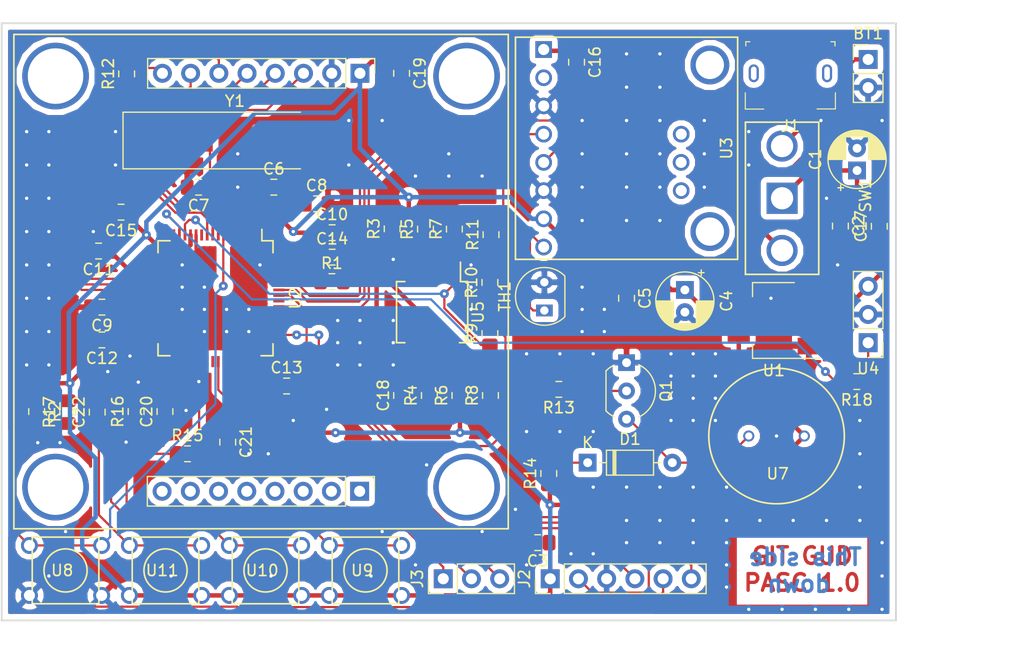
<source format=kicad_pcb>
(kicad_pcb (version 20171130) (host pcbnew "(5.0.2)-1")
  (layers (0 F.Cu signal) (31 B.Cu signal) (34 B.Paste user hide) (35 F.Paste user hide) (36 B.SilkS user) (37 F.SilkS user) (38 B.Mask user hide) (39 F.Mask user hide) (44 Edge.Cuts user))
  (net 0 "")
  (net 1 GND)
  (net 2 +3V3)
  (net 3 /SWCLK)
  (net 4 /SWDIO)
  (net 5 /NRST)
  (net 6 /SWO)
  (net 7 "Net-(U2-Pad2)")
  (net 8 "Net-(U2-Pad3)")
  (net 9 "Net-(U2-Pad4)")
  (net 10 "Net-(U2-Pad11)")
  (net 11 "Net-(U2-Pad16)")
  (net 12 "Net-(U2-Pad17)")
  (net 13 "Net-(U2-Pad20)")
  (net 14 "Net-(U2-Pad24)")
  (net 15 "Net-(U2-Pad25)")
  (net 16 "Net-(U2-Pad29)")
  (net 17 "Net-(U2-Pad33)")
  (net 18 "Net-(U2-Pad34)")
  (net 19 "Net-(U2-Pad35)")
  (net 20 "Net-(U2-Pad36)")
  (net 21 "Net-(U2-Pad37)")
  (net 22 "Net-(U2-Pad38)")
  (net 23 "Net-(U2-Pad39)")
  (net 24 "Net-(U2-Pad40)")
  (net 25 "Net-(U2-Pad44)")
  (net 26 "Net-(U2-Pad45)")
  (net 27 "Net-(U2-Pad51)")
  (net 28 "Net-(U2-Pad52)")
  (net 29 "Net-(U2-Pad53)")
  (net 30 "Net-(U2-Pad54)")
  (net 31 "Net-(U2-Pad56)")
  (net 32 "Net-(U2-Pad61)")
  (net 33 "Net-(U2-Pad62)")
  (net 34 +5V)
  (net 35 "Net-(J1-Pad4)")
  (net 36 /XTAL+)
  (net 37 /XTAL-)
  (net 38 +BATT)
  (net 39 +VIN)
  (net 40 "Net-(C9-Pad1)")
  (net 41 "Net-(D1-Pad1)")
  (net 42 "Net-(D1-Pad2)")
  (net 43 /Data+)
  (net 44 /Data-)
  (net 45 "Net-(Q1-Pad2)")
  (net 46 "Net-(R1-Pad1)")
  (net 47 "/Temp Sensor/WBRIDGE+")
  (net 48 "/Temp Sensor/WBRIDGE-")
  (net 49 "Net-(R7-Pad2)")
  (net 50 "/Temp Sensor/INAMPFB")
  (net 51 /TEMPOUT)
  (net 52 "Net-(R10-Pad2)")
  (net 53 /TIM3_CH1)
  (net 54 /Display/LED)
  (net 55 /PIEZOPWM)
  (net 56 /TIM_START)
  (net 57 /TIM_INC)
  (net 58 /TIM_RES)
  (net 59 /LCD_SCE)
  (net 60 /LCD_RST)
  (net 61 /LCD_DC)
  (net 62 /PULSESIG)
  (net 63 /SPI1_SCK)
  (net 64 /SPI1_MOSI)
  (net 65 /USART1_CK)
  (net 66 /USART1_TX)
  (net 67 /USART1_RX)
  (net 68 /CS_INT)
  (net 69 /I2C1_SCL)
  (net 70 /I2C1_SDA)
  (net 71 "Net-(U3-Pad2)")
  (net 72 "Net-(U5-Pad4)")
  (net 73 "Net-(U5-Pad5)")
  (net 74 "Net-(R18-Pad1)")
  (module PASC1:SPDT-100 (layer F.Cu) (at 84 29 90)
    (fp_text reference SW1 (at 0.25 7.5 90) (layer F.SilkS))
    (fp_text value SW_SPDT)
    (pad 1 thru_hole circle (at -4.7 0 90) (size 2.8 2.8) (drill 2) (layers *.Cu *.Mask) (net 38 +BATT))
    (pad 2 thru_hole rect (at 0 0 90) (size 2.8 2.8) (drill 2) (layers *.Cu *.Mask) (net 39 +VIN))
    (pad 3 thru_hole circle (at 4.7 0 90) (size 2.8 2.8) (drill 2) (layers *.Cu *.Mask) (net 34 +5V))
  )
  (module PASC1:USB_Micro_B_Female_10118193-0001LF (layer F.Cu) (at 84.75 17.75 180)
    (fp_text reference J1 (at 0 -4.75 180) (layer F.SilkS))
    (fp_text value USB_B_Micro)
    (pad 3 smd rect (at 0 -2.675 180) (size 0.4 1.35) (layers F.Cu F.Paste F.Mask) (net 43 /Data+))
    (pad 4 smd rect (at 0.65 -2.675 180) (size 0.4 1.35) (layers F.Cu F.Paste F.Mask) (net 35 "Net-(J1-Pad4)"))
    (pad 5 smd rect (at 1.3 -2.675 180) (size 0.4 1.35) (layers F.Cu F.Paste F.Mask) (net 1 GND))
    (pad 2 smd rect (at -0.65 -2.675 180) (size 0.4 1.35) (layers F.Cu F.Paste F.Mask) (net 44 /Data-))
    (pad 1 smd rect (at -1.3 -2.675 180) (size 0.4 1.35) (layers F.Cu F.Paste F.Mask) (net 34 +5V))
    (pad "" thru_hole oval (at 3.3 0 180) (size 0.9 1.6) (drill oval 0.5 1.2) (layers *.Cu *.Mask))
    (pad "" thru_hole oval (at -3.3 0 180) (size 0.9 1.6) (drill oval 0.5 1.2) (layers *.Cu *.Mask))
    (pad "" smd rect (at -3.2 -2.45 180) (size 1.6 1.4) (layers F.Cu F.Paste F.Mask))
    (pad "" smd rect (at 3.2 -2.45 180) (size 1.6 1.4) (layers F.Cu F.Paste F.Mask))
    (pad "" smd rect (at -1.2 0 180) (size 1.9 1.9) (layers F.Cu F.Paste F.Mask))
    (pad "" smd rect (at 1.2 0 180) (size 1.9 1.9) (layers F.Cu F.Paste F.Mask))
  )
  (module PASC:Nokia5110 (layer F.Cu) (at 37.1 36.5 180)
    (fp_text reference U6 (at 18.6 18.5 270) (layer F.SilkS))
    (fp_text value Nokia5110)
    (pad 8 thru_hole oval (at 8.88 18.75 270) (size 1.7 1.7) (drill 1) (layers *.Cu *.Mask) (net 54 /Display/LED))
    (pad 7 thru_hole oval (at 6.34 18.75 270) (size 1.7 1.7) (drill 1) (layers *.Cu *.Mask) (net 63 /SPI1_SCK))
    (pad 6 thru_hole oval (at 3.8 18.75 270) (size 1.7 1.7) (drill 1) (layers *.Cu *.Mask) (net 64 /SPI1_MOSI))
    (pad 5 thru_hole oval (at 1.26 18.75 270) (size 1.7 1.7) (drill 1) (layers *.Cu *.Mask) (net 61 /LCD_DC))
    (pad 4 thru_hole oval (at -1.28 18.75 270) (size 1.7 1.7) (drill 1) (layers *.Cu *.Mask) (net 60 /LCD_RST))
    (pad 3 thru_hole oval (at -3.82 18.75 270) (size 1.7 1.7) (drill 1) (layers *.Cu *.Mask) (net 59 /LCD_SCE))
    (pad 2 thru_hole oval (at -6.36 18.75 270) (size 1.7 1.7) (drill 1) (layers *.Cu *.Mask) (net 1 GND))
    (pad 1 thru_hole rect (at -8.9 18.75 270) (size 1.7 1.7) (drill 1) (layers *.Cu *.Mask) (net 2 +3V3))
    (pad "" thru_hole oval (at -3.79319 -18.875125 270) (size 1.7 1.7) (drill 1) (layers *.Cu *.Mask))
    (pad "" thru_hole oval (at 1.28681 -18.875125 270) (size 1.7 1.7) (drill 1) (layers *.Cu *.Mask))
    (pad "" thru_hole oval (at -1.25319 -18.875125 270) (size 1.7 1.7) (drill 1) (layers *.Cu *.Mask))
    (pad "" thru_hole oval (at 6.36681 -18.875125 270) (size 1.7 1.7) (drill 1) (layers *.Cu *.Mask))
    (pad "" thru_hole oval (at 3.82681 -18.875125 270) (size 1.7 1.7) (drill 1) (layers *.Cu *.Mask))
    (pad "" thru_hole oval (at 8.90681 -18.875125 270) (size 1.7 1.7) (drill 1) (layers *.Cu *.Mask))
    (pad "" thru_hole oval (at -6.33319 -18.875125 270) (size 1.7 1.7) (drill 1) (layers *.Cu *.Mask))
    (pad "" thru_hole rect (at -8.87319 -18.875125 270) (size 1.7 1.7) (drill 1) (layers *.Cu *.Mask))
    (pad "" thru_hole circle (at -18.5 18.5 180) (size 6 6) (drill 5) (layers *.Cu *.Mask))
    (pad "" thru_hole circle (at 18.5 18.5 180) (size 6 6) (drill 5) (layers *.Cu *.Mask))
    (pad "" thru_hole circle (at 18.5 -18.5 180) (size 6 6) (drill 5) (layers *.Cu *.Mask))
    (pad "" thru_hole circle (at -18.5 -18.5 180) (size 6 6) (drill 5) (layers *.Cu *.Mask))
  )
  (module Capacitor_SMD:C_0805_2012Metric_Pad1.15x1.40mm_HandSolder (layer F.Cu) (at 43.5 32.1)
    (fp_text reference C10 (at 0 -1.65) (layer F.SilkS))
    (fp_text value 100n)
    (pad 1 smd roundrect (at -1.025 0) (size 1.15 1.4) (layers F.Cu F.Paste F.Mask) (roundrect_rratio 0.217391) (net 2 +3V3))
    (pad 2 smd roundrect (at 1.025 0) (size 1.15 1.4) (layers F.Cu F.Paste F.Mask) (roundrect_rratio 0.217391) (net 1 GND))
  )
  (module Connector_PinHeader_2.54mm:PinHeader_1x02_P2.54mm_Vertical (layer F.Cu) (at 91.75 16.5)
    (fp_text reference BT1 (at 0 -2.33) (layer F.SilkS))
    (fp_text value Battery)
    (pad 1 thru_hole rect (at 0 0) (size 1.7 1.7) (drill 1) (layers *.Cu *.Mask) (net 38 +BATT))
    (pad 2 thru_hole oval (at 0 2.54) (size 1.7 1.7) (drill 1) (layers *.Cu *.Mask) (net 1 GND))
  )
  (module Capacitor_THT:CP_Radial_D5.0mm_P2.00mm (layer F.Cu) (at 90.75 26.5 90)
    (fp_text reference C1 (at 1 -3.75 90) (layer F.SilkS))
    (fp_text value 10u)
    (pad 2 thru_hole circle (at 2 0 90) (size 1.6 1.6) (drill 0.8) (layers *.Cu *.Mask) (net 1 GND))
    (pad 1 thru_hole rect (at 0 0 90) (size 1.6 1.6) (drill 0.8) (layers *.Cu *.Mask) (net 39 +VIN))
  )
  (module Capacitor_SMD:C_0805_2012Metric_Pad1.15x1.40mm_HandSolder (layer F.Cu) (at 89.25 31.5 270)
    (fp_text reference C2 (at 0 -1.65 270) (layer F.SilkS))
    (fp_text value 100n)
    (pad 1 smd roundrect (at -1.025 0 270) (size 1.15 1.4) (layers F.Cu F.Paste F.Mask) (roundrect_rratio 0.217391) (net 39 +VIN))
    (pad 2 smd roundrect (at 1.025 0 270) (size 1.15 1.4) (layers F.Cu F.Paste F.Mask) (roundrect_rratio 0.217391) (net 1 GND))
  )
  (module Capacitor_SMD:C_0805_2012Metric_Pad1.15x1.40mm_HandSolder (layer F.Cu) (at 62 60 180)
    (fp_text reference C3 (at 0 -1.65 180) (layer F.SilkS))
    (fp_text value 100n)
    (pad 2 smd roundrect (at 1.025 0 180) (size 1.15 1.4) (layers F.Cu F.Paste F.Mask) (roundrect_rratio 0.217391) (net 1 GND))
    (pad 1 smd roundrect (at -1.025 0 180) (size 1.15 1.4) (layers F.Cu F.Paste F.Mask) (roundrect_rratio 0.217391) (net 2 +3V3))
  )
  (module Capacitor_THT:CP_Radial_D5.0mm_P2.00mm (layer F.Cu) (at 75.25 37.25 270)
    (fp_text reference C4 (at 1 -3.75 270) (layer F.SilkS))
    (fp_text value 10u)
    (pad 1 thru_hole rect (at 0 0 270) (size 1.6 1.6) (drill 0.8) (layers *.Cu *.Mask) (net 2 +3V3))
    (pad 2 thru_hole circle (at 2 0 270) (size 1.6 1.6) (drill 0.8) (layers *.Cu *.Mask) (net 1 GND))
  )
  (module Capacitor_SMD:C_0805_2012Metric_Pad1.15x1.40mm_HandSolder (layer F.Cu) (at 70 38 270)
    (fp_text reference C5 (at 0 -1.65 270) (layer F.SilkS))
    (fp_text value 100n)
    (pad 2 smd roundrect (at 1.025 0 270) (size 1.15 1.4) (layers F.Cu F.Paste F.Mask) (roundrect_rratio 0.217391) (net 1 GND))
    (pad 1 smd roundrect (at -1.025 0 270) (size 1.15 1.4) (layers F.Cu F.Paste F.Mask) (roundrect_rratio 0.217391) (net 2 +3V3))
  )
  (module Capacitor_SMD:C_0805_2012Metric_Pad1.15x1.40mm_HandSolder (layer F.Cu) (at 38.25 28)
    (fp_text reference C6 (at 0 -1.65) (layer F.SilkS))
    (fp_text value 18p)
    (pad 2 smd roundrect (at 1.025 0) (size 1.15 1.4) (layers F.Cu F.Paste F.Mask) (roundrect_rratio 0.217391) (net 1 GND))
    (pad 1 smd roundrect (at -1.025 0) (size 1.15 1.4) (layers F.Cu F.Paste F.Mask) (roundrect_rratio 0.217391) (net 36 /XTAL+))
  )
  (module Capacitor_SMD:C_0805_2012Metric_Pad1.15x1.40mm_HandSolder (layer F.Cu) (at 31.475 28 180)
    (fp_text reference C7 (at 0 -1.65 180) (layer F.SilkS))
    (fp_text value 18p)
    (pad 1 smd roundrect (at -1.025 0 180) (size 1.15 1.4) (layers F.Cu F.Paste F.Mask) (roundrect_rratio 0.217391) (net 37 /XTAL-))
    (pad 2 smd roundrect (at 1.025 0 180) (size 1.15 1.4) (layers F.Cu F.Paste F.Mask) (roundrect_rratio 0.217391) (net 1 GND))
  )
  (module Capacitor_SMD:C_0805_2012Metric_Pad1.15x1.40mm_HandSolder (layer F.Cu) (at 42.1 29.5)
    (fp_text reference C8 (at 0 -1.65) (layer F.SilkS))
    (fp_text value 4.7u)
    (pad 2 smd roundrect (at 1.025 0) (size 1.15 1.4) (layers F.Cu F.Paste F.Mask) (roundrect_rratio 0.217391) (net 1 GND))
    (pad 1 smd roundrect (at -1.025 0) (size 1.15 1.4) (layers F.Cu F.Paste F.Mask) (roundrect_rratio 0.217391) (net 2 +3V3))
  )
  (module Capacitor_SMD:C_0805_2012Metric_Pad1.15x1.40mm_HandSolder (layer F.Cu) (at 22.775 38.8 180)
    (fp_text reference C9 (at 0 -1.65 180) (layer F.SilkS))
    (fp_text value 4.7u)
    (pad 1 smd roundrect (at -1.025 0 180) (size 1.15 1.4) (layers F.Cu F.Paste F.Mask) (roundrect_rratio 0.217391) (net 40 "Net-(C9-Pad1)"))
    (pad 2 smd roundrect (at 1.025 0 180) (size 1.15 1.4) (layers F.Cu F.Paste F.Mask) (roundrect_rratio 0.217391) (net 1 GND))
  )
  (module Capacitor_SMD:C_0805_2012Metric_Pad1.15x1.40mm_HandSolder (layer F.Cu) (at 22.475 33.75 180)
    (fp_text reference C11 (at 0 -1.65 180) (layer F.SilkS))
    (fp_text value 100n)
    (pad 1 smd roundrect (at -1.025 0 180) (size 1.15 1.4) (layers F.Cu F.Paste F.Mask) (roundrect_rratio 0.217391) (net 2 +3V3))
    (pad 2 smd roundrect (at 1.025 0 180) (size 1.15 1.4) (layers F.Cu F.Paste F.Mask) (roundrect_rratio 0.217391) (net 1 GND))
  )
  (module Capacitor_SMD:C_0805_2012Metric_Pad1.15x1.40mm_HandSolder (layer F.Cu) (at 22.775 41.75 180)
    (fp_text reference C12 (at 0 -1.65 180) (layer F.SilkS))
    (fp_text value 100n)
    (pad 2 smd roundrect (at 1.025 0 180) (size 1.15 1.4) (layers F.Cu F.Paste F.Mask) (roundrect_rratio 0.217391) (net 1 GND))
    (pad 1 smd roundrect (at -1.025 0 180) (size 1.15 1.4) (layers F.Cu F.Paste F.Mask) (roundrect_rratio 0.217391) (net 2 +3V3))
  )
  (module Capacitor_SMD:C_0805_2012Metric_Pad1.15x1.40mm_HandSolder (layer F.Cu) (at 39.4 45.9)
    (fp_text reference C13 (at 0 -1.65) (layer F.SilkS))
    (fp_text value 100n)
    (pad 1 smd roundrect (at -1.025 0) (size 1.15 1.4) (layers F.Cu F.Paste F.Mask) (roundrect_rratio 0.217391) (net 2 +3V3))
    (pad 2 smd roundrect (at 1.025 0) (size 1.15 1.4) (layers F.Cu F.Paste F.Mask) (roundrect_rratio 0.217391) (net 1 GND))
  )
  (module Capacitor_SMD:C_0805_2012Metric_Pad1.15x1.40mm_HandSolder (layer F.Cu) (at 43.5 34.3)
    (fp_text reference C14 (at 0 -1.65) (layer F.SilkS))
    (fp_text value 100n)
    (pad 2 smd roundrect (at 1.025 0) (size 1.15 1.4) (layers F.Cu F.Paste F.Mask) (roundrect_rratio 0.217391) (net 1 GND))
    (pad 1 smd roundrect (at -1.025 0) (size 1.15 1.4) (layers F.Cu F.Paste F.Mask) (roundrect_rratio 0.217391) (net 2 +3V3))
  )
  (module Capacitor_SMD:C_0805_2012Metric_Pad1.15x1.40mm_HandSolder (layer F.Cu) (at 24.5 30.25 180)
    (fp_text reference C15 (at 0 -1.65 180) (layer F.SilkS))
    (fp_text value 1u)
    (pad 1 smd roundrect (at -1.025 0 180) (size 1.15 1.4) (layers F.Cu F.Paste F.Mask) (roundrect_rratio 0.217391) (net 2 +3V3))
    (pad 2 smd roundrect (at 1.025 0 180) (size 1.15 1.4) (layers F.Cu F.Paste F.Mask) (roundrect_rratio 0.217391) (net 1 GND))
  )
  (module Capacitor_SMD:C_0805_2012Metric_Pad1.15x1.40mm_HandSolder (layer F.Cu) (at 65.5 16.75 270)
    (fp_text reference C16 (at 0 -1.65 270) (layer F.SilkS))
    (fp_text value 100n)
    (pad 2 smd roundrect (at 1.025 0 270) (size 1.15 1.4) (layers F.Cu F.Paste F.Mask) (roundrect_rratio 0.217391) (net 1 GND))
    (pad 1 smd roundrect (at -1.025 0 270) (size 1.15 1.4) (layers F.Cu F.Paste F.Mask) (roundrect_rratio 0.217391) (net 2 +3V3))
  )
  (module Capacitor_SMD:C_0805_2012Metric_Pad1.15x1.40mm_HandSolder (layer F.Cu) (at 92.75 31.525 90)
    (fp_text reference C17 (at 0 -1.65 90) (layer F.SilkS))
    (fp_text value 100n)
    (pad 2 smd roundrect (at 1.025 0 90) (size 1.15 1.4) (layers F.Cu F.Paste F.Mask) (roundrect_rratio 0.217391) (net 1 GND))
    (pad 1 smd roundrect (at -1.025 0 90) (size 1.15 1.4) (layers F.Cu F.Paste F.Mask) (roundrect_rratio 0.217391) (net 2 +3V3))
  )
  (module Capacitor_SMD:C_0805_2012Metric_Pad1.15x1.40mm_HandSolder (layer F.Cu) (at 49.75 46.75 90)
    (fp_text reference C18 (at 0 -1.65 90) (layer F.SilkS))
    (fp_text value 100n)
    (pad 1 smd roundrect (at -1.025 0 90) (size 1.15 1.4) (layers F.Cu F.Paste F.Mask) (roundrect_rratio 0.217391) (net 2 +3V3))
    (pad 2 smd roundrect (at 1.025 0 90) (size 1.15 1.4) (layers F.Cu F.Paste F.Mask) (roundrect_rratio 0.217391) (net 1 GND))
  )
  (module Capacitor_SMD:C_0805_2012Metric_Pad1.15x1.40mm_HandSolder (layer F.Cu) (at 49.75 17.75 270)
    (fp_text reference C19 (at 0 -1.65 270) (layer F.SilkS))
    (fp_text value 1u)
    (pad 1 smd roundrect (at -1.025 0 270) (size 1.15 1.4) (layers F.Cu F.Paste F.Mask) (roundrect_rratio 0.217391) (net 2 +3V3))
    (pad 2 smd roundrect (at 1.025 0 270) (size 1.15 1.4) (layers F.Cu F.Paste F.Mask) (roundrect_rratio 0.217391) (net 1 GND))
  )
  (module Diode_THT:D_DO-35_SOD27_P7.62mm_Horizontal (layer F.Cu) (at 66.5 52.8)
    (fp_text reference D1 (at 3.81 -2.12) (layer F.SilkS))
    (fp_text value 1N4148)
    (fp_text user K (at 0 -1.8) (layer F.SilkS))
    (pad 1 thru_hole rect (at 0 0) (size 1.6 1.6) (drill 0.8) (layers *.Cu *.Mask) (net 41 "Net-(D1-Pad1)"))
    (pad 2 thru_hole oval (at 7.62 0) (size 1.6 1.6) (drill 0.8) (layers *.Cu *.Mask) (net 42 "Net-(D1-Pad2)"))
  )
  (module Connector_PinHeader_2.54mm:PinHeader_1x06_P2.54mm_Vertical (layer F.Cu) (at 63.13 63.25 90)
    (fp_text reference J2 (at 0 -2.33 90) (layer F.SilkS))
    (fp_text value "6P Male")
    (pad 1 thru_hole rect (at 0 0 90) (size 1.7 1.7) (drill 1) (layers *.Cu *.Mask) (net 2 +3V3))
    (pad 2 thru_hole oval (at 0 2.54 90) (size 1.7 1.7) (drill 1) (layers *.Cu *.Mask) (net 3 /SWCLK))
    (pad 3 thru_hole oval (at 0 5.08 90) (size 1.7 1.7) (drill 1) (layers *.Cu *.Mask) (net 1 GND))
    (pad 4 thru_hole oval (at 0 7.62 90) (size 1.7 1.7) (drill 1) (layers *.Cu *.Mask) (net 4 /SWDIO))
    (pad 5 thru_hole oval (at 0 10.16 90) (size 1.7 1.7) (drill 1) (layers *.Cu *.Mask) (net 5 /NRST))
    (pad 6 thru_hole oval (at 0 12.7 90) (size 1.7 1.7) (drill 1) (layers *.Cu *.Mask) (net 6 /SWO))
  )
  (module Connector_PinHeader_2.54mm:PinHeader_1x03_P2.54mm_Vertical (layer F.Cu) (at 53.5 63.25 90)
    (fp_text reference J3 (at 0 -2.33 90) (layer F.SilkS))
    (fp_text value Conn_01x03_Male)
    (pad 3 thru_hole oval (at 0 5.08 90) (size 1.7 1.7) (drill 1) (layers *.Cu *.Mask) (net 67 /USART1_RX))
    (pad 2 thru_hole oval (at 0 2.54 90) (size 1.7 1.7) (drill 1) (layers *.Cu *.Mask) (net 66 /USART1_TX))
    (pad 1 thru_hole rect (at 0 0 90) (size 1.7 1.7) (drill 1) (layers *.Cu *.Mask) (net 65 /USART1_CK))
  )
  (module Package_TO_SOT_THT:TO-92_Inline_Wide (layer F.Cu) (at 70 43.8 270)
    (fp_text reference Q1 (at 2.54 -3.56 270) (layer F.SilkS))
    (fp_text value 2N3904)
    (pad 2 thru_hole circle (at 2.54 0) (size 1.5 1.5) (drill 0.8) (layers *.Cu *.Mask) (net 45 "Net-(Q1-Pad2)"))
    (pad 3 thru_hole circle (at 5.08 0) (size 1.5 1.5) (drill 0.8) (layers *.Cu *.Mask) (net 42 "Net-(D1-Pad2)"))
    (pad 1 thru_hole rect (at 0 0) (size 1.5 1.5) (drill 0.8) (layers *.Cu *.Mask) (net 1 GND))
  )
  (module Resistor_SMD:R_0805_2012Metric_Pad1.15x1.40mm_HandSolder (layer F.Cu) (at 43.475 36.5)
    (fp_text reference R1 (at 0 -1.65) (layer F.SilkS))
    (fp_text value 10k)
    (pad 1 smd roundrect (at -1.025 0) (size 1.15 1.4) (layers F.Cu F.Paste F.Mask) (roundrect_rratio 0.217391) (net 46 "Net-(R1-Pad1)"))
    (pad 2 smd roundrect (at 1.025 0) (size 1.15 1.4) (layers F.Cu F.Paste F.Mask) (roundrect_rratio 0.217391) (net 1 GND))
  )
  (module Resistor_SMD:R_0805_2012Metric_Pad1.15x1.40mm_HandSolder (layer F.Cu) (at 16.9 48.2 270)
    (fp_text reference R2 (at 0 -1.65 270) (layer F.SilkS))
    (fp_text value 10k)
    (pad 2 smd roundrect (at 1.025 0 270) (size 1.15 1.4) (layers F.Cu F.Paste F.Mask) (roundrect_rratio 0.217391) (net 5 /NRST))
    (pad 1 smd roundrect (at -1.025 0 270) (size 1.15 1.4) (layers F.Cu F.Paste F.Mask) (roundrect_rratio 0.217391) (net 2 +3V3))
  )
  (module Resistor_SMD:R_0805_2012Metric_Pad1.15x1.40mm_HandSolder (layer F.Cu) (at 48.9 31.75 90)
    (fp_text reference R3 (at 0 -1.65 90) (layer F.SilkS))
    (fp_text value 8.2k)
    (pad 1 smd roundrect (at -1.025 0 90) (size 1.15 1.4) (layers F.Cu F.Paste F.Mask) (roundrect_rratio 0.217391) (net 47 "/Temp Sensor/WBRIDGE+"))
    (pad 2 smd roundrect (at 1.025 0 90) (size 1.15 1.4) (layers F.Cu F.Paste F.Mask) (roundrect_rratio 0.217391) (net 2 +3V3))
  )
  (module Resistor_SMD:R_0805_2012Metric_Pad1.15x1.40mm_HandSolder (layer F.Cu) (at 52.25 46.75 90)
    (fp_text reference R4 (at 0 -1.65 90) (layer F.SilkS))
    (fp_text value 8.2k)
    (pad 1 smd roundrect (at -1.025 0 90) (size 1.15 1.4) (layers F.Cu F.Paste F.Mask) (roundrect_rratio 0.217391) (net 2 +3V3))
    (pad 2 smd roundrect (at 1.025 0 90) (size 1.15 1.4) (layers F.Cu F.Paste F.Mask) (roundrect_rratio 0.217391) (net 48 "/Temp Sensor/WBRIDGE-"))
  )
  (module Resistor_SMD:R_0805_2012Metric_Pad1.15x1.40mm_HandSolder (layer F.Cu) (at 51.9 31.775 90)
    (fp_text reference R5 (at 0 -1.65 90) (layer F.SilkS))
    (fp_text value 270k)
    (pad 2 smd roundrect (at 1.025 0 90) (size 1.15 1.4) (layers F.Cu F.Paste F.Mask) (roundrect_rratio 0.217391) (net 2 +3V3))
    (pad 1 smd roundrect (at -1.025 0 90) (size 1.15 1.4) (layers F.Cu F.Paste F.Mask) (roundrect_rratio 0.217391) (net 47 "/Temp Sensor/WBRIDGE+"))
  )
  (module Resistor_SMD:R_0805_2012Metric_Pad1.15x1.40mm_HandSolder (layer F.Cu) (at 55 46.75 90)
    (fp_text reference R6 (at 0 -1.65 90) (layer F.SilkS))
    (fp_text value 270k)
    (pad 1 smd roundrect (at -1.025 0 90) (size 1.15 1.4) (layers F.Cu F.Paste F.Mask) (roundrect_rratio 0.217391) (net 2 +3V3))
    (pad 2 smd roundrect (at 1.025 0 90) (size 1.15 1.4) (layers F.Cu F.Paste F.Mask) (roundrect_rratio 0.217391) (net 48 "/Temp Sensor/WBRIDGE-"))
  )
  (module Resistor_SMD:R_0805_2012Metric_Pad1.15x1.40mm_HandSolder (layer F.Cu) (at 54.5 31.775 90)
    (fp_text reference R7 (at 0 -1.65 90) (layer F.SilkS))
    (fp_text value 1k)
    (pad 2 smd roundrect (at 1.025 0 90) (size 1.15 1.4) (layers F.Cu F.Paste F.Mask) (roundrect_rratio 0.217391) (net 49 "Net-(R7-Pad2)"))
    (pad 1 smd roundrect (at -1.025 0 90) (size 1.15 1.4) (layers F.Cu F.Paste F.Mask) (roundrect_rratio 0.217391) (net 47 "/Temp Sensor/WBRIDGE+"))
  )
  (module Resistor_SMD:R_0805_2012Metric_Pad1.15x1.40mm_HandSolder (layer F.Cu) (at 57.75 46.75 90)
    (fp_text reference R8 (at 0 -1.65 90) (layer F.SilkS))
    (fp_text value 1.8k)
    (pad 2 smd roundrect (at 1.025 0 90) (size 1.15 1.4) (layers F.Cu F.Paste F.Mask) (roundrect_rratio 0.217391) (net 48 "/Temp Sensor/WBRIDGE-"))
    (pad 1 smd roundrect (at -1.025 0 90) (size 1.15 1.4) (layers F.Cu F.Paste F.Mask) (roundrect_rratio 0.217391) (net 1 GND))
  )
  (module Resistor_SMD:R_0805_2012Metric_Pad1.15x1.40mm_HandSolder (layer F.Cu) (at 57.7 41.175 90)
    (fp_text reference R9 (at 0 -1.65 90) (layer F.SilkS))
    (fp_text value 100k)
    (pad 2 smd roundrect (at 1.025 0 90) (size 1.15 1.4) (layers F.Cu F.Paste F.Mask) (roundrect_rratio 0.217391) (net 50 "/Temp Sensor/INAMPFB"))
    (pad 1 smd roundrect (at -1.025 0 90) (size 1.15 1.4) (layers F.Cu F.Paste F.Mask) (roundrect_rratio 0.217391) (net 51 /TEMPOUT))
  )
  (module Resistor_SMD:R_0805_2012Metric_Pad1.15x1.40mm_HandSolder (layer F.Cu) (at 57.7 36.575 90)
    (fp_text reference R10 (at 0 -1.65 90) (layer F.SilkS))
    (fp_text value 2.7k)
    (pad 1 smd roundrect (at -1.025 0 90) (size 1.15 1.4) (layers F.Cu F.Paste F.Mask) (roundrect_rratio 0.217391) (net 50 "/Temp Sensor/INAMPFB"))
    (pad 2 smd roundrect (at 1.025 0 90) (size 1.15 1.4) (layers F.Cu F.Paste F.Mask) (roundrect_rratio 0.217391) (net 52 "Net-(R10-Pad2)"))
  )
  (module Resistor_SMD:R_0805_2012Metric_Pad1.15x1.40mm_HandSolder (layer F.Cu) (at 57.8 32.275 90)
    (fp_text reference R11 (at 0 -1.65 90) (layer F.SilkS))
    (fp_text value 820)
    (pad 2 smd roundrect (at 1.025 0 90) (size 1.15 1.4) (layers F.Cu F.Paste F.Mask) (roundrect_rratio 0.217391) (net 1 GND))
    (pad 1 smd roundrect (at -1.025 0 90) (size 1.15 1.4) (layers F.Cu F.Paste F.Mask) (roundrect_rratio 0.217391) (net 52 "Net-(R10-Pad2)"))
  )
  (module Resistor_SMD:R_0805_2012Metric_Pad1.15x1.40mm_HandSolder (layer F.Cu) (at 25 17.8 90)
    (fp_text reference R12 (at 0 -1.65 90) (layer F.SilkS))
    (fp_text value 330)
    (pad 1 smd roundrect (at -1.025 0 90) (size 1.15 1.4) (layers F.Cu F.Paste F.Mask) (roundrect_rratio 0.217391) (net 53 /TIM3_CH1))
    (pad 2 smd roundrect (at 1.025 0 90) (size 1.15 1.4) (layers F.Cu F.Paste F.Mask) (roundrect_rratio 0.217391) (net 54 /Display/LED))
  )
  (module Resistor_SMD:R_0805_2012Metric_Pad1.15x1.40mm_HandSolder (layer F.Cu) (at 63.9 46.2 180)
    (fp_text reference R13 (at 0 -1.65 180) (layer F.SilkS))
    (fp_text value 1k)
    (pad 1 smd roundrect (at -1.025 0 180) (size 1.15 1.4) (layers F.Cu F.Paste F.Mask) (roundrect_rratio 0.217391) (net 45 "Net-(Q1-Pad2)"))
    (pad 2 smd roundrect (at 1.025 0 180) (size 1.15 1.4) (layers F.Cu F.Paste F.Mask) (roundrect_rratio 0.217391) (net 55 /PIEZOPWM))
  )
  (module Resistor_SMD:R_0805_2012Metric_Pad1.15x1.40mm_HandSolder (layer F.Cu) (at 63 53.775 90)
    (fp_text reference R14 (at 0 -1.65 90) (layer F.SilkS))
    (fp_text value 1k)
    (pad 2 smd roundrect (at 1.025 0 90) (size 1.15 1.4) (layers F.Cu F.Paste F.Mask) (roundrect_rratio 0.217391) (net 41 "Net-(D1-Pad1)"))
    (pad 1 smd roundrect (at -1.025 0 90) (size 1.15 1.4) (layers F.Cu F.Paste F.Mask) (roundrect_rratio 0.217391) (net 2 +3V3))
  )
  (module Resistor_SMD:R_0805_2012Metric_Pad1.15x1.40mm_HandSolder (layer F.Cu) (at 30.475 52)
    (fp_text reference R15 (at 0 -1.65) (layer F.SilkS))
    (fp_text value 1k)
    (pad 1 smd roundrect (at -1.025 0) (size 1.15 1.4) (layers F.Cu F.Paste F.Mask) (roundrect_rratio 0.217391) (net 56 /TIM_START))
    (pad 2 smd roundrect (at 1.025 0) (size 1.15 1.4) (layers F.Cu F.Paste F.Mask) (roundrect_rratio 0.217391) (net 1 GND))
  )
  (module Resistor_SMD:R_0805_2012Metric_Pad1.15x1.40mm_HandSolder (layer F.Cu) (at 25.85 48.2 90)
    (fp_text reference R16 (at 0 -1.65 90) (layer F.SilkS))
    (fp_text value 1k)
    (pad 2 smd roundrect (at 1.025 0 90) (size 1.15 1.4) (layers F.Cu F.Paste F.Mask) (roundrect_rratio 0.217391) (net 1 GND))
    (pad 1 smd roundrect (at -1.025 0 90) (size 1.15 1.4) (layers F.Cu F.Paste F.Mask) (roundrect_rratio 0.217391) (net 57 /TIM_INC))
  )
  (module Resistor_SMD:R_0805_2012Metric_Pad1.15x1.40mm_HandSolder (layer F.Cu) (at 19.7 48.25 90)
    (fp_text reference R17 (at 0 -1.65 90) (layer F.SilkS))
    (fp_text value 1k)
    (pad 1 smd roundrect (at -1.025 0 90) (size 1.15 1.4) (layers F.Cu F.Paste F.Mask) (roundrect_rratio 0.217391) (net 58 /TIM_RES))
    (pad 2 smd roundrect (at 1.025 0 90) (size 1.15 1.4) (layers F.Cu F.Paste F.Mask) (roundrect_rratio 0.217391) (net 1 GND))
  )
  (module Package_TO_SOT_THT:TO-92-2 (layer F.Cu) (at 62.6 39.1 90)
    (fp_text reference TH1 (at 1.27 -3.56 90) (layer F.SilkS))
    (fp_text value PT1000)
    (pad 1 thru_hole rect (at 0 0 90) (size 1.05 1.5) (drill 0.75) (layers *.Cu *.Mask) (net 49 "Net-(R7-Pad2)"))
    (pad 2 thru_hole oval (at 2.54 0 90) (size 1.05 1.5) (drill 0.75) (layers *.Cu *.Mask) (net 1 GND))
  )
  (module Package_TO_SOT_SMD:SOT-223-3_TabPin2 (layer F.Cu) (at 83.25 40 180)
    (fp_text reference U1 (at 0 -4.5 180) (layer F.SilkS))
    (fp_text value NCP1117-3.3_SOT223)
    (pad 2 smd rect (at 3.15 0 180) (size 2 3.8) (layers F.Cu F.Paste F.Mask) (net 2 +3V3))
    (pad 2 smd rect (at -3.15 0 180) (size 2 1.5) (layers F.Cu F.Paste F.Mask) (net 2 +3V3))
    (pad 3 smd rect (at -3.15 2.3 180) (size 2 1.5) (layers F.Cu F.Paste F.Mask) (net 39 +VIN))
    (pad 1 smd rect (at -3.15 -2.3 180) (size 2 1.5) (layers F.Cu F.Paste F.Mask) (net 1 GND))
  )
  (module Package_QFP:LQFP-64_10x10mm_P0.5mm (layer F.Cu) (at 33 38 270)
    (fp_text reference U2 (at 0 -7.2 270) (layer F.SilkS))
    (fp_text value STM32F411RETx)
    (pad 1 smd rect (at -5.7 -3.75 270) (size 1 0.25) (layers F.Cu F.Paste F.Mask) (net 2 +3V3))
    (pad 2 smd rect (at -5.7 -3.25 270) (size 1 0.25) (layers F.Cu F.Paste F.Mask) (net 7 "Net-(U2-Pad2)"))
    (pad 3 smd rect (at -5.7 -2.75 270) (size 1 0.25) (layers F.Cu F.Paste F.Mask) (net 8 "Net-(U2-Pad3)"))
    (pad 4 smd rect (at -5.7 -2.25 270) (size 1 0.25) (layers F.Cu F.Paste F.Mask) (net 9 "Net-(U2-Pad4)"))
    (pad 5 smd rect (at -5.7 -1.75 270) (size 1 0.25) (layers F.Cu F.Paste F.Mask) (net 36 /XTAL+))
    (pad 6 smd rect (at -5.7 -1.25 270) (size 1 0.25) (layers F.Cu F.Paste F.Mask) (net 37 /XTAL-))
    (pad 7 smd rect (at -5.7 -0.75 270) (size 1 0.25) (layers F.Cu F.Paste F.Mask) (net 5 /NRST))
    (pad 8 smd rect (at -5.7 -0.25 270) (size 1 0.25) (layers F.Cu F.Paste F.Mask) (net 59 /LCD_SCE))
    (pad 9 smd rect (at -5.7 0.25 270) (size 1 0.25) (layers F.Cu F.Paste F.Mask) (net 60 /LCD_RST))
    (pad 10 smd rect (at -5.7 0.75 270) (size 1 0.25) (layers F.Cu F.Paste F.Mask) (net 61 /LCD_DC))
    (pad 11 smd rect (at -5.7 1.25 270) (size 1 0.25) (layers F.Cu F.Paste F.Mask) (net 10 "Net-(U2-Pad11)"))
    (pad 12 smd rect (at -5.7 1.75 270) (size 1 0.25) (layers F.Cu F.Paste F.Mask) (net 1 GND))
    (pad 13 smd rect (at -5.7 2.25 270) (size 1 0.25) (layers F.Cu F.Paste F.Mask) (net 2 +3V3))
    (pad 14 smd rect (at -5.7 2.75 270) (size 1 0.25) (layers F.Cu F.Paste F.Mask) (net 51 /TEMPOUT))
    (pad 15 smd rect (at -5.7 3.25 270) (size 1 0.25) (layers F.Cu F.Paste F.Mask) (net 62 /PULSESIG))
    (pad 16 smd rect (at -5.7 3.75 270) (size 1 0.25) (layers F.Cu F.Paste F.Mask) (net 11 "Net-(U2-Pad16)"))
    (pad 17 smd rect (at -3.75 5.7) (size 1 0.25) (layers F.Cu F.Paste F.Mask) (net 12 "Net-(U2-Pad17)"))
    (pad 18 smd rect (at -3.25 5.7) (size 1 0.25) (layers F.Cu F.Paste F.Mask) (net 1 GND))
    (pad 19 smd rect (at -2.75 5.7) (size 1 0.25) (layers F.Cu F.Paste F.Mask) (net 2 +3V3))
    (pad 20 smd rect (at -2.25 5.7) (size 1 0.25) (layers F.Cu F.Paste F.Mask) (net 13 "Net-(U2-Pad20)"))
    (pad 21 smd rect (at -1.75 5.7) (size 1 0.25) (layers F.Cu F.Paste F.Mask) (net 63 /SPI1_SCK))
    (pad 22 smd rect (at -1.25 5.7) (size 1 0.25) (layers F.Cu F.Paste F.Mask) (net 53 /TIM3_CH1))
    (pad 23 smd rect (at -0.75 5.7) (size 1 0.25) (layers F.Cu F.Paste F.Mask) (net 64 /SPI1_MOSI))
    (pad 24 smd rect (at -0.25 5.7) (size 1 0.25) (layers F.Cu F.Paste F.Mask) (net 14 "Net-(U2-Pad24)"))
    (pad 25 smd rect (at 0.25 5.7) (size 1 0.25) (layers F.Cu F.Paste F.Mask) (net 15 "Net-(U2-Pad25)"))
    (pad 26 smd rect (at 0.75 5.7) (size 1 0.25) (layers F.Cu F.Paste F.Mask) (net 56 /TIM_START))
    (pad 27 smd rect (at 1.25 5.7) (size 1 0.25) (layers F.Cu F.Paste F.Mask) (net 57 /TIM_INC))
    (pad 28 smd rect (at 1.75 5.7) (size 1 0.25) (layers F.Cu F.Paste F.Mask) (net 58 /TIM_RES))
    (pad 29 smd rect (at 2.25 5.7) (size 1 0.25) (layers F.Cu F.Paste F.Mask) (net 16 "Net-(U2-Pad29)"))
    (pad 30 smd rect (at 2.75 5.7) (size 1 0.25) (layers F.Cu F.Paste F.Mask) (net 40 "Net-(C9-Pad1)"))
    (pad 31 smd rect (at 3.25 5.7) (size 1 0.25) (layers F.Cu F.Paste F.Mask) (net 1 GND))
    (pad 32 smd rect (at 3.75 5.7) (size 1 0.25) (layers F.Cu F.Paste F.Mask) (net 2 +3V3))
    (pad 33 smd rect (at 5.7 3.75 270) (size 1 0.25) (layers F.Cu F.Paste F.Mask) (net 17 "Net-(U2-Pad33)"))
    (pad 34 smd rect (at 5.7 3.25 270) (size 1 0.25) (layers F.Cu F.Paste F.Mask) (net 18 "Net-(U2-Pad34)"))
    (pad 35 smd rect (at 5.7 2.75 270) (size 1 0.25) (layers F.Cu F.Paste F.Mask) (net 19 "Net-(U2-Pad35)"))
    (pad 36 smd rect (at 5.7 2.25 270) (size 1 0.25) (layers F.Cu F.Paste F.Mask) (net 20 "Net-(U2-Pad36)"))
    (pad 37 smd rect (at 5.7 1.75 270) (size 1 0.25) (layers F.Cu F.Paste F.Mask) (net 21 "Net-(U2-Pad37)"))
    (pad 38 smd rect (at 5.7 1.25 270) (size 1 0.25) (layers F.Cu F.Paste F.Mask) (net 22 "Net-(U2-Pad38)"))
    (pad 39 smd rect (at 5.7 0.75 270) (size 1 0.25) (layers F.Cu F.Paste F.Mask) (net 23 "Net-(U2-Pad39)"))
    (pad 40 smd rect (at 5.7 0.25 270) (size 1 0.25) (layers F.Cu F.Paste F.Mask) (net 24 "Net-(U2-Pad40)"))
    (pad 41 smd rect (at 5.7 -0.25 270) (size 1 0.25) (layers F.Cu F.Paste F.Mask) (net 65 /USART1_CK))
    (pad 42 smd rect (at 5.7 -0.75 270) (size 1 0.25) (layers F.Cu F.Paste F.Mask) (net 66 /USART1_TX))
    (pad 43 smd rect (at 5.7 -1.25 270) (size 1 0.25) (layers F.Cu F.Paste F.Mask) (net 67 /USART1_RX))
    (pad 44 smd rect (at 5.7 -1.75 270) (size 1 0.25) (layers F.Cu F.Paste F.Mask) (net 25 "Net-(U2-Pad44)"))
    (pad 45 smd rect (at 5.7 -2.25 270) (size 1 0.25) (layers F.Cu F.Paste F.Mask) (net 26 "Net-(U2-Pad45)"))
    (pad 46 smd rect (at 5.7 -2.75 270) (size 1 0.25) (layers F.Cu F.Paste F.Mask) (net 4 /SWDIO))
    (pad 47 smd rect (at 5.7 -3.25 270) (size 1 0.25) (layers F.Cu F.Paste F.Mask) (net 1 GND))
    (pad 48 smd rect (at 5.7 -3.75 270) (size 1 0.25) (layers F.Cu F.Paste F.Mask) (net 2 +3V3))
    (pad 49 smd rect (at 3.75 -5.7) (size 1 0.25) (layers F.Cu F.Paste F.Mask) (net 3 /SWCLK))
    (pad 50 smd rect (at 3.25 -5.7) (size 1 0.25) (layers F.Cu F.Paste F.Mask) (net 55 /PIEZOPWM))
    (pad 51 smd rect (at 2.75 -5.7) (size 1 0.25) (layers F.Cu F.Paste F.Mask) (net 27 "Net-(U2-Pad51)"))
    (pad 52 smd rect (at 2.25 -5.7) (size 1 0.25) (layers F.Cu F.Paste F.Mask) (net 28 "Net-(U2-Pad52)"))
    (pad 53 smd rect (at 1.75 -5.7) (size 1 0.25) (layers F.Cu F.Paste F.Mask) (net 29 "Net-(U2-Pad53)"))
    (pad 54 smd rect (at 1.25 -5.7) (size 1 0.25) (layers F.Cu F.Paste F.Mask) (net 30 "Net-(U2-Pad54)"))
    (pad 55 smd rect (at 0.75 -5.7) (size 1 0.25) (layers F.Cu F.Paste F.Mask) (net 6 /SWO))
    (pad 56 smd rect (at 0.25 -5.7) (size 1 0.25) (layers F.Cu F.Paste F.Mask) (net 31 "Net-(U2-Pad56)"))
    (pad 57 smd rect (at -0.25 -5.7) (size 1 0.25) (layers F.Cu F.Paste F.Mask) (net 68 /CS_INT))
    (pad 58 smd rect (at -0.75 -5.7) (size 1 0.25) (layers F.Cu F.Paste F.Mask) (net 69 /I2C1_SCL))
    (pad 59 smd rect (at -1.25 -5.7) (size 1 0.25) (layers F.Cu F.Paste F.Mask) (net 70 /I2C1_SDA))
    (pad 60 smd rect (at -1.75 -5.7) (size 1 0.25) (layers F.Cu F.Paste F.Mask) (net 46 "Net-(R1-Pad1)"))
    (pad 61 smd rect (at -2.25 -5.7) (size 1 0.25) (layers F.Cu F.Paste F.Mask) (net 32 "Net-(U2-Pad61)"))
    (pad 62 smd rect (at -2.75 -5.7) (size 1 0.25) (layers F.Cu F.Paste F.Mask) (net 33 "Net-(U2-Pad62)"))
    (pad 63 smd rect (at -3.25 -5.7) (size 1 0.25) (layers F.Cu F.Paste F.Mask) (net 1 GND))
    (pad 64 smd rect (at -3.75 -5.7) (size 1 0.25) (layers F.Cu F.Paste F.Mask) (net 2 +3V3))
  )
  (module PASC:LIS3DH (layer F.Cu) (at 70 24.5 270)
    (fp_text reference U3 (at 0 -9 270) (layer F.SilkS))
    (fp_text value lis3dh_board)
    (pad "" thru_hole circle (at -7.5 -7.5 270) (size 3.5 3.5) (drill 2.54) (layers *.Cu *.Mask))
    (pad "" thru_hole circle (at 7.5 -7.5 270) (size 3.5 3.5) (drill 2.54) (layers *.Cu *.Mask))
    (pad 1 thru_hole rect (at -8.89 7.46 270) (size 1.5 1.5) (drill 1) (layers *.Cu *.Mask) (net 2 +3V3))
    (pad 2 thru_hole circle (at -6.35 7.46 270) (size 1.5 1.5) (drill 1) (layers *.Cu *.Mask) (net 71 "Net-(U3-Pad2)"))
    (pad 3 thru_hole circle (at -3.81 7.46 270) (size 1.5 1.5) (drill 1) (layers *.Cu *.Mask) (net 1 GND))
    (pad 4 thru_hole circle (at -1.27 7.46 270) (size 1.5 1.5) (drill 1) (layers *.Cu *.Mask) (net 69 /I2C1_SCL))
    (pad 5 thru_hole circle (at 1.27 7.46 270) (size 1.5 1.5) (drill 1) (layers *.Cu *.Mask) (net 70 /I2C1_SDA))
    (pad 6 thru_hole circle (at 3.81 7.46 270) (size 1.5 1.5) (drill 1) (layers *.Cu *.Mask) (net 1 GND))
    (pad 7 thru_hole circle (at 6.35 7.46 270) (size 1.5 1.5) (drill 1) (layers *.Cu *.Mask) (net 2 +3V3))
    (pad 8 thru_hole circle (at 8.89 7.46 270) (size 1.5 1.5) (drill 1) (layers *.Cu *.Mask) (net 68 /CS_INT))
    (pad 9 thru_hole circle (at -1.27 -4.92 270) (size 1.5 1.5) (drill 1) (layers *.Cu *.Mask))
    (pad 10 thru_hole circle (at 1.27 -4.91 270) (size 1.5 1.5) (drill 1) (layers *.Cu *.Mask))
    (pad 11 thru_hole circle (at 3.81 -4.92 270) (size 1.5 1.5) (drill 1) (layers *.Cu *.Mask))
  )
  (module Connector_PinHeader_2.54mm:PinHeader_1x03_P2.54mm_Vertical (layer F.Cu) (at 91.75 42 180)
    (fp_text reference U4 (at 0 -2.33 180) (layer F.SilkS))
    (fp_text value Pulse_sensor)
    (pad 1 thru_hole rect (at 0 0 180) (size 1.7 1.7) (drill 1) (layers *.Cu *.Mask) (net 74 "Net-(R18-Pad1)"))
    (pad 2 thru_hole oval (at 0 2.54 180) (size 1.7 1.7) (drill 1) (layers *.Cu *.Mask) (net 1 GND))
    (pad 3 thru_hole oval (at 0 5.08 180) (size 1.7 1.7) (drill 1) (layers *.Cu *.Mask) (net 2 +3V3))
  )
  (module Package_SO:SO-8_5.3x6.2mm_P1.27mm (layer F.Cu) (at 52.5 39.25 270)
    (fp_text reference U5 (at 0 -4.13 270) (layer F.SilkS))
    (fp_text value MAX4460ESA+)
    (pad 1 smd rect (at -3.7 -1.905 270) (size 1.75 0.55) (layers F.Cu F.Paste F.Mask) (net 51 /TEMPOUT))
    (pad 2 smd rect (at -3.7 -0.635 270) (size 1.75 0.55) (layers F.Cu F.Paste F.Mask) (net 1 GND))
    (pad 3 smd rect (at -3.7 0.635 270) (size 1.75 0.55) (layers F.Cu F.Paste F.Mask) (net 47 "/Temp Sensor/WBRIDGE+"))
    (pad 4 smd rect (at -3.7 1.905 270) (size 1.75 0.55) (layers F.Cu F.Paste F.Mask) (net 72 "Net-(U5-Pad4)"))
    (pad 5 smd rect (at 3.7 1.905 270) (size 1.75 0.55) (layers F.Cu F.Paste F.Mask) (net 73 "Net-(U5-Pad5)"))
    (pad 6 smd rect (at 3.7 0.635 270) (size 1.75 0.55) (layers F.Cu F.Paste F.Mask) (net 48 "/Temp Sensor/WBRIDGE-"))
    (pad 7 smd rect (at 3.7 -0.635 270) (size 1.75 0.55) (layers F.Cu F.Paste F.Mask) (net 2 +3V3))
    (pad 8 smd rect (at 3.7 -1.905 270) (size 1.75 0.55) (layers F.Cu F.Paste F.Mask) (net 50 "/Temp Sensor/INAMPFB"))
  )
  (module PASC:Piezo (layer F.Cu) (at 83.5 50.4 180)
    (fp_text reference U7 (at -0.1 -3.4 180) (layer F.SilkS))
    (fp_text value piezo)
    (pad 1 thru_hole circle (at -2.5 0 180) (size 1 1) (drill 0.65) (layers *.Cu *.Mask) (net 2 +3V3))
    (pad 2 thru_hole circle (at 2.5 0 180) (size 1 1) (drill 0.65) (layers *.Cu *.Mask) (net 42 "Net-(D1-Pad2)"))
  )
  (module PASC:Momentswitch (layer F.Cu) (at 19.5 62.5 180)
    (fp_text reference U8 (at 0.3 0 180) (layer F.SilkS))
    (fp_text value MomentSwitch)
    (pad 1 thru_hole circle (at -3.25 -2.25 180) (size 1.524 1.524) (drill 1) (layers *.Cu *.Mask) (net 1 GND))
    (pad 2 thru_hole circle (at 3.25 -2.25 180) (size 1.524 1.524) (drill 1) (layers *.Cu *.Mask) (net 1 GND))
    (pad 3 thru_hole circle (at -3.25 2.25 180) (size 1.524 1.524) (drill 1) (layers *.Cu *.Mask) (net 5 /NRST))
    (pad 4 thru_hole circle (at 3.25 2.25 180) (size 1.524 1.524) (drill 1) (layers *.Cu *.Mask) (net 5 /NRST))
  )
  (module PASC:Momentswitch (layer F.Cu) (at 46.5 62.5 180)
    (fp_text reference U9 (at 0.3 0 180) (layer F.SilkS))
    (fp_text value MomentSwitch)
    (pad 4 thru_hole circle (at 3.25 2.25 180) (size 1.524 1.524) (drill 1) (layers *.Cu *.Mask) (net 56 /TIM_START))
    (pad 3 thru_hole circle (at -3.25 2.25 180) (size 1.524 1.524) (drill 1) (layers *.Cu *.Mask) (net 56 /TIM_START))
    (pad 2 thru_hole circle (at 3.25 -2.25 180) (size 1.524 1.524) (drill 1) (layers *.Cu *.Mask) (net 2 +3V3))
    (pad 1 thru_hole circle (at -3.25 -2.25 180) (size 1.524 1.524) (drill 1) (layers *.Cu *.Mask) (net 2 +3V3))
  )
  (module PASC:Momentswitch (layer F.Cu) (at 37.5 62.5 180)
    (fp_text reference U10 (at 0.3 0 180) (layer F.SilkS))
    (fp_text value MomentSwitch)
    (pad 1 thru_hole circle (at -3.25 -2.25 180) (size 1.524 1.524) (drill 1) (layers *.Cu *.Mask) (net 2 +3V3))
    (pad 2 thru_hole circle (at 3.25 -2.25 180) (size 1.524 1.524) (drill 1) (layers *.Cu *.Mask) (net 2 +3V3))
    (pad 3 thru_hole circle (at -3.25 2.25 180) (size 1.524 1.524) (drill 1) (layers *.Cu *.Mask) (net 57 /TIM_INC))
    (pad 4 thru_hole circle (at 3.25 2.25 180) (size 1.524 1.524) (drill 1) (layers *.Cu *.Mask) (net 57 /TIM_INC))
  )
  (module PASC:Momentswitch (layer F.Cu) (at 28.5 62.5 180)
    (fp_text reference U11 (at 0.3 0 180) (layer F.SilkS))
    (fp_text value MomentSwitch)
    (pad 4 thru_hole circle (at 3.25 2.25 180) (size 1.524 1.524) (drill 1) (layers *.Cu *.Mask) (net 58 /TIM_RES))
    (pad 3 thru_hole circle (at -3.25 2.25 180) (size 1.524 1.524) (drill 1) (layers *.Cu *.Mask) (net 58 /TIM_RES))
    (pad 2 thru_hole circle (at 3.25 -2.25 180) (size 1.524 1.524) (drill 1) (layers *.Cu *.Mask) (net 2 +3V3))
    (pad 1 thru_hole circle (at -3.25 -2.25 180) (size 1.524 1.524) (drill 1) (layers *.Cu *.Mask) (net 2 +3V3))
  )
  (module Crystal:Crystal_SMD_HC49-SD_HandSoldering (layer F.Cu) (at 34.75 23.8)
    (fp_text reference Y1 (at 0 -3.55) (layer F.SilkS))
    (fp_text value 8MHz)
    (pad 1 smd rect (at -5.9375 0) (size 7.875 2) (layers F.Cu F.Paste F.Mask) (net 37 /XTAL-))
    (pad 2 smd rect (at 5.9375 0) (size 7.875 2) (layers F.Cu F.Paste F.Mask) (net 36 /XTAL+))
  )
  (module Capacitor_SMD:C_0805_2012Metric_Pad1.15x1.40mm_HandSolder (layer F.Cu) (at 28.45 48.2 90)
    (fp_text reference C20 (at 0 -1.65 90) (layer F.SilkS))
    (fp_text value 100n)
    (pad 2 smd roundrect (at 1.025 0 90) (size 1.15 1.4) (layers F.Cu F.Paste F.Mask) (roundrect_rratio 0.217391) (net 1 GND))
    (pad 1 smd roundrect (at -1.025 0 90) (size 1.15 1.4) (layers F.Cu F.Paste F.Mask) (roundrect_rratio 0.217391) (net 57 /TIM_INC))
  )
  (module Capacitor_SMD:C_0805_2012Metric_Pad1.15x1.40mm_HandSolder (layer F.Cu) (at 34.1 50.95 270)
    (fp_text reference C21 (at 0 -1.65 270) (layer F.SilkS))
    (fp_text value 100n)
    (pad 1 smd roundrect (at -1.025 0 270) (size 1.15 1.4) (layers F.Cu F.Paste F.Mask) (roundrect_rratio 0.217391) (net 56 /TIM_START))
    (pad 2 smd roundrect (at 1.025 0 270) (size 1.15 1.4) (layers F.Cu F.Paste F.Mask) (roundrect_rratio 0.217391) (net 1 GND))
  )
  (module Capacitor_SMD:C_0805_2012Metric_Pad1.15x1.40mm_HandSolder (layer F.Cu) (at 22.35 48.25 90)
    (fp_text reference C22 (at 0 -1.65 90) (layer F.SilkS))
    (fp_text value 100n)
    (pad 1 smd roundrect (at -1.025 0 90) (size 1.15 1.4) (layers F.Cu F.Paste F.Mask) (roundrect_rratio 0.217391) (net 58 /TIM_RES))
    (pad 2 smd roundrect (at 1.025 0 90) (size 1.15 1.4) (layers F.Cu F.Paste F.Mask) (roundrect_rratio 0.217391) (net 1 GND))
  )
  (module Resistor_SMD:R_0805_2012Metric_Pad1.15x1.40mm_HandSolder (layer F.Cu) (at 90.725 45.5 180)
    (fp_text reference R18 (at 0 -1.65 180) (layer F.SilkS))
    (fp_text value 1k)
    (pad 1 smd roundrect (at -1.025 0 180) (size 1.15 1.4) (layers F.Cu F.Paste F.Mask) (roundrect_rratio 0.217391) (net 74 "Net-(R18-Pad1)"))
    (pad 2 smd roundrect (at 1.025 0 180) (size 1.15 1.4) (layers F.Cu F.Paste F.Mask) (roundrect_rratio 0.217391) (net 62 /PULSESIG))
  )
  (gr_text "This side \ndown" (at 85.5 62.5) (layer B.Cu) (effects (font (size 1.5 1.5) (thickness 0.3)) (justify mirror)))
  (gr_text "GIT GUD\nPASC 1.0" (at 85.8 62.4) (layer F.Cu) (effects (font (size 1.5 1.5) (thickness 0.3))))
  (gr_line (start 13.75 67) (end 13.75 13.25) (layer Edge.Cuts) (width 0.15))
  (gr_line (start 94.25 67) (end 13.75 67) (layer Edge.Cuts) (width 0.15))
  (gr_line (start 94.25 13.25) (end 94.25 67) (layer Edge.Cuts) (width 0.15))
  (gr_line (start 13.75 13.25) (end 94.25 13.25) (layer Edge.Cuts) (width 0.15))
  (via (at 30 35) (size 0.8) (drill 0.3) (layers F.Cu B.Cu) (net 1))
  (via (at 30 37) (size 0.8) (drill 0.3) (layers F.Cu B.Cu) (net 1))
  (via (at 32 37) (size 0.8) (drill 0.3) (layers F.Cu B.Cu) (net 1))
  (via (at 34 39) (size 0.8) (drill 0.3) (layers F.Cu B.Cu) (net 1))
  (via (at 34 41) (size 0.8) (drill 0.3) (layers F.Cu B.Cu) (net 1))
  (via (at 36 41) (size 0.8) (drill 0.3) (layers F.Cu B.Cu) (net 1))
  (via (at 32 41) (size 0.8) (drill 0.3) (layers F.Cu B.Cu) (net 1))
  (via (at 43 48) (size 0.8) (drill 0.3) (layers F.Cu B.Cu) (net 1))
  (via (at 40 49) (size 0.8) (drill 0.3) (layers F.Cu B.Cu) (net 1))
  (via (at 19 51) (size 0.8) (drill 0.3) (layers F.Cu B.Cu) (net 1))
  (via (at 17 51) (size 0.8) (drill 0.3) (layers F.Cu B.Cu) (net 1))
  (via (at 16 35) (size 0.8) (drill 0.3) (layers F.Cu B.Cu) (net 1))
  (via (at 16 32) (size 0.8) (drill 0.3) (layers F.Cu B.Cu) (net 1))
  (via (at 16 29) (size 0.8) (drill 0.3) (layers F.Cu B.Cu) (net 1))
  (via (at 16 26) (size 0.8) (drill 0.3) (layers F.Cu B.Cu) (net 1))
  (via (at 16 23) (size 0.8) (drill 0.3) (layers F.Cu B.Cu) (net 1))
  (via (at 18 23) (size 0.8) (drill 0.3) (layers F.Cu B.Cu) (net 1))
  (via (at 18 26) (size 0.8) (drill 0.3) (layers F.Cu B.Cu) (net 1))
  (via (at 18 29) (size 0.8) (drill 0.3) (layers F.Cu B.Cu) (net 1))
  (via (at 18 32) (size 0.8) (drill 0.3) (layers F.Cu B.Cu) (net 1))
  (via (at 18 35) (size 0.8) (drill 0.3) (layers F.Cu B.Cu) (net 1))
  (via (at 16 38) (size 0.8) (drill 0.3) (layers F.Cu B.Cu) (net 1))
  (via (at 16 41) (size 0.8) (drill 0.3) (layers F.Cu B.Cu) (net 1))
  (via (at 16 44) (size 0.8) (drill 0.3) (layers F.Cu B.Cu) (net 1))
  (via (at 18 44) (size 0.8) (drill 0.3) (layers F.Cu B.Cu) (net 1))
  (via (at 18 41) (size 0.8) (drill 0.3) (layers F.Cu B.Cu) (net 1))
  (via (at 18 38) (size 0.8) (drill 0.3) (layers F.Cu B.Cu) (net 1))
  (via (at 22 32) (size 0.8) (drill 0.3) (layers F.Cu B.Cu) (net 1))
  (via (at 24 23) (size 0.8) (drill 0.3) (layers F.Cu B.Cu) (net 1))
  (via (at 24 26) (size 0.8) (drill 0.3) (layers F.Cu B.Cu) (net 1))
  (via (at 45 22) (size 0.8) (drill 0.3) (layers F.Cu B.Cu) (net 1))
  (via (at 45 26) (size 0.8) (drill 0.3) (layers F.Cu B.Cu) (net 1))
  (via (at 35 28) (size 0.8) (drill 0.3) (layers F.Cu B.Cu) (net 1))
  (via (at 37 35) (size 0.8) (drill 0.3) (layers F.Cu B.Cu) (net 1))
  (via (at 48 22) (size 0.8) (drill 0.3) (layers F.Cu B.Cu) (net 1))
  (via (at 51 27) (size 0.8) (drill 0.3) (layers F.Cu B.Cu) (net 1))
  (via (at 54 27) (size 0.8) (drill 0.3) (layers F.Cu B.Cu) (net 1))
  (via (at 57 27) (size 0.8) (drill 0.3) (layers F.Cu B.Cu) (net 1))
  (via (at 54 25) (size 0.8) (drill 0.3) (layers F.Cu B.Cu) (net 1))
  (via (at 52 53) (size 0.8) (drill 0.3) (layers F.Cu B.Cu) (net 1))
  (via (at 44 40) (size 0.8) (drill 0.3) (layers F.Cu B.Cu) (net 1))
  (via (at 46 40) (size 0.8) (drill 0.3) (layers F.Cu B.Cu) (net 1))
  (via (at 44 42) (size 0.8) (drill 0.3) (layers F.Cu B.Cu) (net 1))
  (via (at 46 42) (size 0.8) (drill 0.3) (layers F.Cu B.Cu) (net 1))
  (via (at 44 44) (size 0.8) (drill 0.3) (layers F.Cu B.Cu) (net 1))
  (via (at 46 44) (size 0.8) (drill 0.3) (layers F.Cu B.Cu) (net 1))
  (via (at 49 40) (size 0.8) (drill 0.3) (layers F.Cu B.Cu) (net 1))
  (via (at 49 42) (size 0.8) (drill 0.3) (layers F.Cu B.Cu) (net 1))
  (via (at 49 44) (size 0.8) (drill 0.3) (layers F.Cu B.Cu) (net 1))
  (via (at 61 43) (size 0.8) (drill 0.3) (layers F.Cu B.Cu) (net 1))
  (via (at 64 43) (size 0.8) (drill 0.3) (layers F.Cu B.Cu) (net 1))
  (via (at 67 43) (size 0.8) (drill 0.3) (layers F.Cu B.Cu) (net 1))
  (via (at 61 50) (size 0.8) (drill 0.3) (layers F.Cu B.Cu) (net 1))
  (via (at 64 50) (size 0.8) (drill 0.3) (layers F.Cu B.Cu) (net 1))
  (via (at 67 50) (size 0.8) (drill 0.3) (layers F.Cu B.Cu) (net 1))
  (via (at 57 59) (size 0.8) (drill 0.3) (layers F.Cu B.Cu) (net 1))
  (via (at 60 57) (size 0.8) (drill 0.3) (layers F.Cu B.Cu) (net 1))
  (via (at 61 62) (size 0.8) (drill 0.3) (layers F.Cu B.Cu) (net 1))
  (via (at 65 61) (size 0.8) (drill 0.3) (layers F.Cu B.Cu) (net 1))
  (via (at 67 61) (size 0.8) (drill 0.3) (layers F.Cu B.Cu) (net 1))
  (via (at 48 59) (size 0.8) (drill 0.3) (layers F.Cu B.Cu) (net 1))
  (via (at 51 62) (size 0.8) (drill 0.3) (layers F.Cu B.Cu) (net 1))
  (via (at 70 58) (size 0.8) (drill 0.3) (layers F.Cu B.Cu) (net 1))
  (via (at 73 58) (size 0.8) (drill 0.3) (layers F.Cu B.Cu) (net 1))
  (via (at 70 60) (size 0.8) (drill 0.3) (layers F.Cu B.Cu) (net 1))
  (via (at 73 60) (size 0.8) (drill 0.3) (layers F.Cu B.Cu) (net 1))
  (via (at 76 58) (size 0.8) (drill 0.3) (layers F.Cu B.Cu) (net 1))
  (via (at 76 60) (size 0.8) (drill 0.3) (layers F.Cu B.Cu) (net 1))
  (via (at 79 60) (size 0.8) (drill 0.3) (layers F.Cu B.Cu) (net 1))
  (via (at 79 58) (size 0.8) (drill 0.3) (layers F.Cu B.Cu) (net 1))
  (via (at 82 58) (size 0.8) (drill 0.3) (layers F.Cu B.Cu) (net 1))
  (via (at 85 58) (size 0.8) (drill 0.3) (layers F.Cu B.Cu) (net 1))
  (via (at 88 58) (size 0.8) (drill 0.3) (layers F.Cu B.Cu) (net 1))
  (via (at 91 58) (size 0.8) (drill 0.3) (layers F.Cu B.Cu) (net 1))
  (via (at 93 60) (size 0.8) (drill 0.3) (layers F.Cu B.Cu) (net 1))
  (via (at 93 63) (size 0.8) (drill 0.3) (layers F.Cu B.Cu) (net 1))
  (via (at 93 66) (size 0.8) (drill 0.3) (layers F.Cu B.Cu) (net 1))
  (via (at 90 66) (size 0.8) (drill 0.3) (layers F.Cu B.Cu) (net 1))
  (via (at 87 66) (size 0.8) (drill 0.3) (layers F.Cu B.Cu) (net 1))
  (via (at 84 66) (size 0.8) (drill 0.3) (layers F.Cu B.Cu) (net 1))
  (via (at 81 66) (size 0.8) (drill 0.3) (layers F.Cu B.Cu) (net 1))
  (via (at 79 62) (size 0.8) (drill 0.3) (layers F.Cu B.Cu) (net 1))
  (via (at 79 64) (size 0.8) (drill 0.3) (layers F.Cu B.Cu) (net 1))
  (via (at 91 55) (size 0.8) (drill 0.3) (layers F.Cu B.Cu) (net 1))
  (via (at 91 52) (size 0.8) (drill 0.3) (layers F.Cu B.Cu) (net 1))
  (via (at 91 49) (size 0.8) (drill 0.3) (layers F.Cu B.Cu) (net 1))
  (via (at 74 43) (size 0.8) (drill 0.3) (layers F.Cu B.Cu) (net 1))
  (via (at 74 45) (size 0.8) (drill 0.3) (layers F.Cu B.Cu) (net 1))
  (via (at 74 47) (size 0.8) (drill 0.3) (layers F.Cu B.Cu) (net 1))
  (via (at 74 49) (size 0.8) (drill 0.3) (layers F.Cu B.Cu) (net 1))
  (via (at 76 49) (size 0.8) (drill 0.3) (layers F.Cu B.Cu) (net 1))
  (via (at 76 47) (size 0.8) (drill 0.3) (layers F.Cu B.Cu) (net 1))
  (via (at 76 45) (size 0.8) (drill 0.3) (layers F.Cu B.Cu) (net 1))
  (via (at 76 43) (size 0.8) (drill 0.3) (layers F.Cu B.Cu) (net 1))
  (via (at 66 37) (size 0.8) (drill 0.3) (layers F.Cu B.Cu) (net 1))
  (via (at 66 39) (size 0.8) (drill 0.3) (layers F.Cu B.Cu) (net 1))
  (via (at 68 39) (size 0.8) (drill 0.3) (layers F.Cu B.Cu) (net 1))
  (via (at 66 41) (size 0.8) (drill 0.3) (layers F.Cu B.Cu) (net 1))
  (via (at 68 41) (size 0.8) (drill 0.3) (layers F.Cu B.Cu) (net 1))
  (via (at 93 22) (size 0.8) (drill 0.3) (layers F.Cu B.Cu) (net 1))
  (via (at 81 23) (size 0.8) (drill 0.3) (layers F.Cu B.Cu) (net 1))
  (via (at 81 26) (size 0.8) (drill 0.3) (layers F.Cu B.Cu) (net 1))
  (via (at 70 16) (size 0.8) (drill 0.3) (layers F.Cu B.Cu) (net 1))
  (via (at 73 16) (size 0.8) (drill 0.3) (layers F.Cu B.Cu) (net 1))
  (via (at 73 19) (size 0.8) (drill 0.3) (layers F.Cu B.Cu) (net 1))
  (via (at 70 19) (size 0.8) (drill 0.3) (layers F.Cu B.Cu) (net 1))
  (via (at 70 22) (size 0.8) (drill 0.3) (layers F.Cu B.Cu) (net 1))
  (via (at 73 22) (size 0.8) (drill 0.3) (layers F.Cu B.Cu) (net 1))
  (via (at 73 25) (size 0.8) (drill 0.3) (layers F.Cu B.Cu) (net 1))
  (via (at 70 25) (size 0.8) (drill 0.3) (layers F.Cu B.Cu) (net 1))
  (via (at 70 28) (size 0.8) (drill 0.3) (layers F.Cu B.Cu) (net 1))
  (via (at 73 28) (size 0.8) (drill 0.3) (layers F.Cu B.Cu) (net 1))
  (via (at 73 31) (size 0.8) (drill 0.3) (layers F.Cu B.Cu) (net 1))
  (via (at 70 31) (size 0.8) (drill 0.3) (layers F.Cu B.Cu) (net 1))
  (via (at 66 22) (size 0.8) (drill 0.3) (layers F.Cu B.Cu) (net 1))
  (via (at 66 25) (size 0.8) (drill 0.3) (layers F.Cu B.Cu) (net 1))
  (via (at 66 28) (size 0.8) (drill 0.3) (layers F.Cu B.Cu) (net 1))
  (via (at 66 31) (size 0.8) (drill 0.3) (layers F.Cu B.Cu) (net 1))
  (via (at 77 22) (size 0.8) (drill 0.3) (layers F.Cu B.Cu) (net 1))
  (via (at 77 25) (size 0.8) (drill 0.3) (layers F.Cu B.Cu) (net 1))
  (via (at 77 28) (size 0.8) (drill 0.3) (layers F.Cu B.Cu) (net 1))
  (via (at 88 29) (size 0.8) (drill 0.3) (layers F.Cu B.Cu) (net 1))
  (via (at 89 35) (size 0.8) (drill 0.3) (layers F.Cu B.Cu) (net 1))
  (via (at 83 38) (size 0.8) (drill 0.3) (layers F.Cu B.Cu) (net 1))
  (via (at 78 43) (size 0.8) (drill 0.3) (layers F.Cu B.Cu) (net 1))
  (via (at 78 45) (size 0.8) (drill 0.3) (layers F.Cu B.Cu) (net 1))
  (via (at 78 47) (size 0.8) (drill 0.3) (layers F.Cu B.Cu) (net 1))
  (via (at 78 49) (size 0.8) (drill 0.3) (layers F.Cu B.Cu) (net 1))
  (via (at 35 25) (size 0.8) (drill 0.3) (layers F.Cu B.Cu) (net 1))
  (via (at 30 39) (size 0.8) (drill 0.3) (layers F.Cu B.Cu) (net 1))
  (via (at 36 39) (size 0.8) (drill 0.3) (layers F.Cu B.Cu) (net 1))
  (via (at 29 63) (size 0.8) (drill 0.3) (layers F.Cu B.Cu) (net 1))
  (via (at 38 63) (size 0.8) (drill 0.3) (layers F.Cu B.Cu) (net 1))
  (via (at 47 63) (size 0.8) (drill 0.3) (layers F.Cu B.Cu) (net 1))
  (via (at 18 63) (size 0.8) (drill 0.3) (layers F.Cu B.Cu) (net 1))
  (segment (start 31.25 33.75) (end 30 35) (width 0.3) (layer F.Cu) (net 1))
  (segment (start 31.25 32.3) (end 31.25 33.75) (width 0.3) (layer F.Cu) (net 1))
  (segment (start 29.75 34.75) (end 30 35) (width 0.3) (layer F.Cu) (net 1))
  (segment (start 27.3 34.75) (end 29.75 34.75) (width 0.3) (layer F.Cu) (net 1))
  (segment (start 37.25 34.75) (end 37 35) (width 0.3) (layer F.Cu) (net 1))
  (segment (start 38.7 34.75) (end 37.25 34.75) (width 0.3) (layer F.Cu) (net 1))
  (segment (start 36.25 41.25) (end 36 41) (width 0.3) (layer F.Cu) (net 1))
  (segment (start 36.25 43.7) (end 36.25 41.25) (width 0.3) (layer F.Cu) (net 1))
  (via (at 25.3 43.2) (size 0.8) (drill 0.3) (layers F.Cu B.Cu) (net 1))
  (via (at 23.3 44.6) (size 0.8) (drill 0.3) (layers F.Cu B.Cu) (net 1))
  (segment (start 16.25 64.75) (end 18 63) (width 0.3) (layer F.Cu) (net 1))
  (segment (start 81.35 23) (end 81 23) (width 0.3) (layer F.Cu) (net 1))
  (segment (start 83.45 20.9) (end 81.35 23) (width 0.3) (layer F.Cu) (net 1))
  (segment (start 83.45 20.425) (end 83.45 20.9) (width 0.3) (layer F.Cu) (net 1))
  (segment (start 57.8 31.25) (end 59.9 33.35) (width 0.3) (layer F.Cu) (net 1))
  (via (at 56 39) (size 0.8) (drill 0.3) (layers F.Cu B.Cu) (net 1))
  (via (at 56 37) (size 0.8) (drill 0.3) (layers F.Cu B.Cu) (net 1))
  (via (at 56 35) (size 0.8) (drill 0.3) (layers F.Cu B.Cu) (net 1))
  (segment (start 27.3 41.25) (end 25.75 41.25) (width 0.3) (layer F.Cu) (net 1))
  (segment (start 25.75 41.25) (end 24.8 40.3) (width 0.3) (layer F.Cu) (net 1))
  (segment (start 24.8 40.3) (end 19.8 40.3) (width 0.3) (layer F.Cu) (net 1))
  (via (at 26.05 45.55) (size 0.8) (drill 0.3) (layers F.Cu B.Cu) (net 1))
  (via (at 24.95 50.95) (size 0.8) (drill 0.3) (layers F.Cu B.Cu) (net 1))
  (via (at 30.35 48.1) (size 0.8) (drill 0.3) (layers F.Cu B.Cu) (net 1))
  (via (at 36 52) (size 0.8) (drill 0.3) (layers F.Cu B.Cu) (net 1))
  (via (at 37.75 52) (size 0.8) (drill 0.3) (layers F.Cu B.Cu) (net 1))
  (via (at 32 39) (size 0.8) (drill 0.3) (layers F.Cu B.Cu) (net 1))
  (via (at 83.5 50.4) (size 0.8) (drill 0.3) (layers F.Cu B.Cu) (net 1))
  (via (at 67 55) (size 0.8) (drill 0.3) (layers F.Cu B.Cu) (net 1))
  (via (at 70 55) (size 0.8) (drill 0.3) (layers F.Cu B.Cu) (net 1))
  (via (at 73 55) (size 0.8) (drill 0.3) (layers F.Cu B.Cu) (net 1))
  (via (at 76 55) (size 0.8) (drill 0.3) (layers F.Cu B.Cu) (net 1))
  (via (at 79 55) (size 0.8) (drill 0.3) (layers F.Cu B.Cu) (net 1))
  (via (at 31.5 45.5) (size 0.8) (drill 0.3) (layers F.Cu B.Cu) (net 1))
  (via (at 49 34.5) (size 0.8) (drill 0.3) (layers F.Cu B.Cu) (net 1))
  (via (at 87.5 22) (size 0.8) (drill 0.3) (layers F.Cu B.Cu) (net 1))
  (via (at 19.5 59) (size 0.8) (drill 0.3) (layers F.Cu B.Cu) (net 1))
  (segment (start 25.25 64.75) (end 31.75 64.75) (width 0.4) (layer F.Cu) (net 2))
  (segment (start 31.75 64.75) (end 34.25 64.75) (width 0.4) (layer F.Cu) (net 2))
  (segment (start 34.25 64.75) (end 40.75 64.75) (width 0.4) (layer F.Cu) (net 2))
  (segment (start 43.25 64.75) (end 40.75 64.75) (width 0.4) (layer F.Cu) (net 2))
  (segment (start 43.25 64.75) (end 49.75 64.75) (width 0.4) (layer F.Cu) (net 2))
  (segment (start 63.13 60.105) (end 63.025 60) (width 0.4) (layer F.Cu) (net 2))
  (segment (start 63.13 63.25) (end 63.13 60.105) (width 0.4) (layer F.Cu) (net 2))
  (segment (start 63.13 64.5) (end 63.13 63.25) (width 0.4) (layer F.Cu) (net 2))
  (segment (start 62.88 64.75) (end 63.13 64.5) (width 0.4) (layer F.Cu) (net 2))
  (segment (start 49.75 64.75) (end 62.88 64.75) (width 0.4) (layer F.Cu) (net 2))
  (segment (start 25 35.25) (end 23.5 33.75) (width 0.4) (layer F.Cu) (net 2))
  (segment (start 27.3 35.25) (end 25 35.25) (width 0.4) (layer F.Cu) (net 2))
  (segment (start 25.525 31.725) (end 25.525 30.25) (width 0.4) (layer F.Cu) (net 2))
  (segment (start 23.5 33.75) (end 25.525 31.725) (width 0.4) (layer F.Cu) (net 2))
  (segment (start 25.525 31.05) (end 25.525 30.25) (width 0.4) (layer F.Cu) (net 2))
  (segment (start 28.275 33.8) (end 26.775 32.3) (width 0.4) (layer F.Cu) (net 2))
  (segment (start 30.15 33.8) (end 28.275 33.8) (width 0.4) (layer F.Cu) (net 2))
  (segment (start 30.75 32.3) (end 30.75 33.2) (width 0.4) (layer F.Cu) (net 2))
  (segment (start 30.75 33.2) (end 30.15 33.8) (width 0.4) (layer F.Cu) (net 2))
  (segment (start 39.125 29.475) (end 41.2 29.475) (width 0.4) (layer F.Cu) (net 2))
  (segment (start 36.75 32.3) (end 36.75 31.85) (width 0.4) (layer F.Cu) (net 2))
  (segment (start 42.475 34.25) (end 38.7 34.25) (width 0.4) (layer F.Cu) (net 2))
  (segment (start 36.75 44.275) (end 38.375 45.9) (width 0.4) (layer F.Cu) (net 2))
  (segment (start 36.75 43.7) (end 36.75 44.275) (width 0.4) (layer F.Cu) (net 2))
  (segment (start 27.3 41.75) (end 23.8 41.75) (width 0.4) (layer F.Cu) (net 2))
  (segment (start 47.025 16.725) (end 46 17.75) (width 0.4) (layer F.Cu) (net 2))
  (segment (start 49.75 16.725) (end 47.025 16.725) (width 0.4) (layer F.Cu) (net 2))
  (segment (start 92.75 35.92) (end 91.75 36.92) (width 0.4) (layer F.Cu) (net 2))
  (segment (start 92.75 32.55) (end 92.75 35.92) (width 0.4) (layer F.Cu) (net 2))
  (segment (start 85 40) (end 80.1 40) (width 0.4) (layer F.Cu) (net 2))
  (segment (start 86.4 40) (end 85 40) (width 0.4) (layer F.Cu) (net 2))
  (segment (start 88.67 40) (end 91.75 36.92) (width 0.4) (layer F.Cu) (net 2))
  (segment (start 86.4 40) (end 88.67 40) (width 0.4) (layer F.Cu) (net 2))
  (segment (start 78 40) (end 75.25 37.25) (width 0.4) (layer F.Cu) (net 2))
  (segment (start 80.1 40) (end 78 40) (width 0.4) (layer F.Cu) (net 2))
  (segment (start 70.275 37.25) (end 70 36.975) (width 0.4) (layer F.Cu) (net 2))
  (segment (start 75.25 37.25) (end 70.275 37.25) (width 0.4) (layer F.Cu) (net 2))
  (segment (start 80.1 44.5) (end 86 50.4) (width 0.4) (layer F.Cu) (net 2))
  (segment (start 80.1 40) (end 80.1 44.5) (width 0.4) (layer F.Cu) (net 2))
  (segment (start 49.75 47.775) (end 52.25 47.775) (width 0.4) (layer F.Cu) (net 2))
  (segment (start 52.25 47.775) (end 55 47.775) (width 0.4) (layer F.Cu) (net 2))
  (segment (start 51.875 30.725) (end 51.9 30.75) (width 0.4) (layer F.Cu) (net 2))
  (segment (start 42.475 32.1) (end 42.475 34.3) (width 0.4) (layer F.Cu) (net 2))
  (segment (start 68.665 36.975) (end 62.54 30.85) (width 0.4) (layer F.Cu) (net 2))
  (segment (start 70 36.975) (end 68.665 36.975) (width 0.4) (layer F.Cu) (net 2))
  (segment (start 61.47934 30.85) (end 59.52934 28.9) (width 0.4) (layer B.Cu) (net 2))
  (segment (start 62.54 30.85) (end 61.47934 30.85) (width 0.4) (layer B.Cu) (net 2))
  (via (at 50.4 28.9) (size 0.8) (drill 0.3) (layers F.Cu B.Cu) (net 2))
  (segment (start 59.52934 28.9) (end 50.4 28.9) (width 0.4) (layer B.Cu) (net 2))
  (segment (start 50.4 28.9) (end 50.4 30.725) (width 0.4) (layer F.Cu) (net 2))
  (segment (start 48.9 30.725) (end 50.4 30.725) (width 0.4) (layer F.Cu) (net 2))
  (segment (start 50.4 30.725) (end 51.875 30.725) (width 0.4) (layer F.Cu) (net 2))
  (segment (start 48.9 30.725) (end 47.5 32.125) (width 0.4) (layer F.Cu) (net 2))
  (segment (start 47.5 32.125) (end 47.5 36) (width 0.4) (layer F.Cu) (net 2))
  (segment (start 48.95 47.775) (end 47.5 46.325) (width 0.4) (layer F.Cu) (net 2))
  (segment (start 49.75 47.775) (end 48.95 47.775) (width 0.4) (layer F.Cu) (net 2))
  (segment (start 48.5 36.4) (end 47.5 36.4) (width 0.4) (layer F.Cu) (net 2))
  (segment (start 53.135 41.035) (end 48.5 36.4) (width 0.4) (layer F.Cu) (net 2))
  (segment (start 53.135 42.95) (end 53.135 41.035) (width 0.4) (layer F.Cu) (net 2))
  (segment (start 47.5 46.325) (end 47.5 36.4) (width 0.4) (layer F.Cu) (net 2))
  (segment (start 47.5 36.4) (end 47.5 36) (width 0.4) (layer F.Cu) (net 2))
  (segment (start 46 24.5) (end 50.4 28.9) (width 0.4) (layer B.Cu) (net 2))
  (segment (start 46 17.75) (end 46 24.5) (width 0.4) (layer B.Cu) (net 2))
  (segment (start 74.05 37.25) (end 67.7 30.9) (width 0.4) (layer F.Cu) (net 2))
  (segment (start 75.25 37.25) (end 74.05 37.25) (width 0.4) (layer F.Cu) (net 2))
  (segment (start 66.123372 16.348372) (end 65.5 15.725) (width 0.4) (layer F.Cu) (net 2))
  (segment (start 67.7 17.925) (end 66.123372 16.348372) (width 0.4) (layer F.Cu) (net 2))
  (segment (start 67.7 30.9) (end 67.7 17.925) (width 0.4) (layer F.Cu) (net 2))
  (via (at 63.1 56.6) (size 0.8) (drill 0.3) (layers F.Cu B.Cu) (net 2))
  (segment (start 63.13 63.25) (end 63.13 56.63) (width 0.4) (layer B.Cu) (net 2))
  (segment (start 63.13 56.63) (end 63.1 56.6) (width 0.4) (layer B.Cu) (net 2))
  (segment (start 63.1 54.9) (end 63 54.8) (width 0.4) (layer F.Cu) (net 2))
  (segment (start 63.1 56.6) (end 63.1 54.9) (width 0.4) (layer F.Cu) (net 2))
  (via (at 43.8 50.1) (size 0.8) (drill 0.3) (layers F.Cu B.Cu) (net 2))
  (segment (start 38.375 45.9) (end 42.575 50.1) (width 0.4) (layer F.Cu) (net 2))
  (segment (start 42.575 50.1) (end 43.8 50.1) (width 0.4) (layer F.Cu) (net 2))
  (segment (start 56.6 50.1) (end 63.1 56.6) (width 0.4) (layer B.Cu) (net 2))
  (via (at 55 50.1) (size 0.8) (drill 0.3) (layers F.Cu B.Cu) (net 2))
  (segment (start 55 47.775) (end 55 50.1) (width 0.4) (layer F.Cu) (net 2))
  (segment (start 43.8 50.1) (end 55 50.1) (width 0.4) (layer B.Cu) (net 2))
  (segment (start 55 50.1) (end 56.6 50.1) (width 0.4) (layer B.Cu) (net 2))
  (segment (start 23.8 41.75) (end 19.9 45.65) (width 0.4) (layer F.Cu) (net 2))
  (segment (start 26.775 32.3) (end 25.525 31.05) (width 0.4) (layer F.Cu) (net 2))
  (via (at 26.775 32.3) (size 0.8) (drill 0.3) (layers F.Cu B.Cu) (net 2))
  (segment (start 26.775 31.114998) (end 36.589998 21.3) (width 0.4) (layer B.Cu) (net 2))
  (segment (start 26.775 32.3) (end 26.775 31.114998) (width 0.4) (layer B.Cu) (net 2))
  (segment (start 46 19) (end 46 17.75) (width 0.4) (layer B.Cu) (net 2))
  (segment (start 43.7 21.3) (end 46 19) (width 0.4) (layer B.Cu) (net 2))
  (segment (start 36.589998 21.3) (end 43.7 21.3) (width 0.4) (layer B.Cu) (net 2))
  (segment (start 26.775 32.3) (end 19.8 39.275) (width 0.4) (layer B.Cu) (net 2))
  (via (at 19.9 45.65) (size 0.8) (drill 0.3) (layers F.Cu B.Cu) (net 2))
  (segment (start 19.8 39.275) (end 19.8 45.55) (width 0.4) (layer B.Cu) (net 2))
  (segment (start 19.8 45.55) (end 19.9 45.65) (width 0.4) (layer B.Cu) (net 2))
  (segment (start 25.25 64.75) (end 21 60.5) (width 0.4) (layer B.Cu) (net 2))
  (segment (start 21 60.5) (end 21 58.9) (width 0.4) (layer B.Cu) (net 2))
  (segment (start 21 58.9) (end 22.2 57.7) (width 0.4) (layer B.Cu) (net 2))
  (segment (start 22.2 57.7) (end 22.2 52.4) (width 0.4) (layer B.Cu) (net 2))
  (segment (start 19.9 50.1) (end 19.9 45.65) (width 0.4) (layer B.Cu) (net 2))
  (segment (start 22.2 52.4) (end 19.9 50.1) (width 0.4) (layer B.Cu) (net 2))
  (segment (start 79.8 56.6) (end 63.1 56.6) (width 0.4) (layer F.Cu) (net 2))
  (segment (start 86 50.4) (end 79.8 56.6) (width 0.4) (layer F.Cu) (net 2))
  (via (at 40 32) (size 0.8) (drill 0.3) (layers F.Cu B.Cu) (net 2))
  (segment (start 50.4 28.9) (end 43.1 28.9) (width 0.4) (layer B.Cu) (net 2))
  (segment (start 43.1 28.9) (end 40 32) (width 0.4) (layer B.Cu) (net 2))
  (segment (start 40 32) (end 38.3 30.3) (width 0.4) (layer F.Cu) (net 2))
  (segment (start 36.75 31.85) (end 38.3 30.3) (width 0.4) (layer F.Cu) (net 2))
  (segment (start 38.3 30.3) (end 39.125 29.475) (width 0.4) (layer F.Cu) (net 2))
  (segment (start 42.475 32.1) (end 40 32.1) (width 0.4) (layer F.Cu) (net 2))
  (segment (start 62.655 15.725) (end 62.54 15.61) (width 0.4) (layer F.Cu) (net 2))
  (segment (start 65.5 15.725) (end 62.655 15.725) (width 0.4) (layer F.Cu) (net 2))
  (segment (start 18.425 45.65) (end 16.9 47.175) (width 0.4) (layer F.Cu) (net 2))
  (segment (start 19.9 45.65) (end 18.425 45.65) (width 0.4) (layer F.Cu) (net 2))
  (segment (start 39.075 41.75) (end 38.7 41.75) (width 0.2) (layer F.Cu) (net 3))
  (segment (start 50 52.675) (end 39.075 41.75) (width 0.2) (layer F.Cu) (net 3))
  (segment (start 50 55.1) (end 50 52.675) (width 0.2) (layer F.Cu) (net 3))
  (segment (start 57.4 60.5) (end 55.4 60.5) (width 0.2) (layer F.Cu) (net 3))
  (segment (start 59.7 58.2) (end 57.4 60.5) (width 0.2) (layer F.Cu) (net 3))
  (segment (start 66.4 58.2) (end 59.7 58.2) (width 0.2) (layer F.Cu) (net 3))
  (segment (start 69.7 61.5) (end 66.4 58.2) (width 0.2) (layer F.Cu) (net 3))
  (segment (start 65.67 63.25) (end 66.92 64.5) (width 0.2) (layer F.Cu) (net 3))
  (segment (start 66.92 64.5) (end 71.6 64.5) (width 0.2) (layer F.Cu) (net 3))
  (segment (start 55.4 60.5) (end 50 55.1) (width 0.2) (layer F.Cu) (net 3))
  (segment (start 72 64.1) (end 72 62.3) (width 0.2) (layer F.Cu) (net 3))
  (segment (start 71.6 64.5) (end 72 64.1) (width 0.2) (layer F.Cu) (net 3))
  (segment (start 72 62.3) (end 71.2 61.5) (width 0.2) (layer F.Cu) (net 3))
  (segment (start 71.2 61.5) (end 69.7 61.5) (width 0.2) (layer F.Cu) (net 3))
  (segment (start 35.75 46.35) (end 35.75 43.7) (width 0.2) (layer F.Cu) (net 4))
  (segment (start 40.8 51.4) (end 35.75 46.35) (width 0.2) (layer F.Cu) (net 4))
  (segment (start 47.6 51.4) (end 40.8 51.4) (width 0.2) (layer F.Cu) (net 4))
  (segment (start 49.5 53.3) (end 47.6 51.4) (width 0.2) (layer F.Cu) (net 4))
  (segment (start 66.2 58.7) (end 59.8 58.7) (width 0.2) (layer F.Cu) (net 4))
  (segment (start 70.75 63.25) (end 66.2 58.7) (width 0.2) (layer F.Cu) (net 4))
  (segment (start 59.8 58.7) (end 57.6 60.9) (width 0.2) (layer F.Cu) (net 4))
  (segment (start 57.6 60.9) (end 55.1 60.9) (width 0.2) (layer F.Cu) (net 4))
  (segment (start 55.1 60.9) (end 49.5 55.3) (width 0.2) (layer F.Cu) (net 4))
  (segment (start 49.5 55.3) (end 49.5 53.3) (width 0.2) (layer F.Cu) (net 4))
  (segment (start 21.737999 65.762001) (end 19.4 63.424002) (width 0.2) (layer F.Cu) (net 5))
  (segment (start 34.962001 65.762001) (end 21.737999 65.762001) (width 0.2) (layer F.Cu) (net 5))
  (segment (start 19.4 60.25) (end 22.75 60.25) (width 0.2) (layer F.Cu) (net 5))
  (segment (start 16.25 60.25) (end 19.4 60.25) (width 0.2) (layer F.Cu) (net 5))
  (segment (start 73.29 63.25) (end 73.29 64.452081) (width 0.2) (layer F.Cu) (net 5))
  (segment (start 73.29 64.452081) (end 71.942081 65.8) (width 0.2) (layer F.Cu) (net 5))
  (segment (start 71.942081 65.8) (end 35 65.8) (width 0.2) (layer F.Cu) (net 5))
  (segment (start 19.4 63.424002) (end 19.4 60.25) (width 0.2) (layer F.Cu) (net 5))
  (segment (start 35 65.8) (end 34.962001 65.762001) (width 0.2) (layer F.Cu) (net 5))
  (via (at 33.7 36.9) (size 0.8) (drill 0.3) (layers F.Cu B.Cu) (net 5))
  (segment (start 33.7 32.35) (end 33.75 32.3) (width 0.2) (layer F.Cu) (net 5))
  (segment (start 33.7 36.9) (end 33.7 32.35) (width 0.2) (layer F.Cu) (net 5))
  (segment (start 33 37.6) (end 33.7 36.9) (width 0.2) (layer B.Cu) (net 5))
  (segment (start 33 47.5) (end 33 37.6) (width 0.2) (layer B.Cu) (net 5))
  (segment (start 23.511999 56.988001) (end 33 47.5) (width 0.2) (layer B.Cu) (net 5))
  (segment (start 22.75 60.25) (end 23.511999 59.488001) (width 0.2) (layer B.Cu) (net 5))
  (segment (start 23.511999 59.488001) (end 23.511999 56.988001) (width 0.2) (layer B.Cu) (net 5))
  (segment (start 15 59) (end 16.25 60.25) (width 0.2) (layer F.Cu) (net 5))
  (segment (start 15 50.325) (end 15 59) (width 0.2) (layer F.Cu) (net 5))
  (segment (start 16.1 49.225) (end 15 50.325) (width 0.2) (layer F.Cu) (net 5))
  (segment (start 16.9 49.225) (end 16.1 49.225) (width 0.2) (layer F.Cu) (net 5))
  (segment (start 75.83 62.047919) (end 74.782081 61) (width 0.2) (layer F.Cu) (net 6))
  (segment (start 75.83 63.25) (end 75.83 62.047919) (width 0.2) (layer F.Cu) (net 6))
  (segment (start 74.782081 61) (end 69.9 61) (width 0.2) (layer F.Cu) (net 6))
  (segment (start 69.9 61) (end 66.6 57.7) (width 0.2) (layer F.Cu) (net 6))
  (segment (start 66.6 57.7) (end 59.5 57.7) (width 0.2) (layer F.Cu) (net 6))
  (segment (start 59.5 57.7) (end 57.2 60) (width 0.2) (layer F.Cu) (net 6))
  (segment (start 57.2 60) (end 55.6 60) (width 0.2) (layer F.Cu) (net 6))
  (segment (start 55.6 60) (end 50.5 54.9) (width 0.2) (layer F.Cu) (net 6))
  (segment (start 50.5 54.9) (end 50.5 52.6) (width 0.2) (layer F.Cu) (net 6))
  (segment (start 50.5 52.6) (end 41.2 43.3) (width 0.2) (layer F.Cu) (net 6))
  (segment (start 41.2 43.3) (end 41.2 39.7) (width 0.2) (layer F.Cu) (net 6))
  (segment (start 40.25 38.75) (end 38.7 38.75) (width 0.2) (layer F.Cu) (net 6))
  (segment (start 41.2 39.7) (end 40.25 38.75) (width 0.2) (layer F.Cu) (net 6))
  (segment (start 86.05 22.25) (end 84 24.3) (width 0.4) (layer F.Cu) (net 34))
  (segment (start 86.05 20.425) (end 86.05 22.25) (width 0.4) (layer F.Cu) (net 34))
  (segment (start 37.225 28) (end 37.225 23.5) (width 0.2) (layer F.Cu) (net 36))
  (segment (start 34.75 31.6) (end 34.75 32.3) (width 0.2) (layer F.Cu) (net 36))
  (segment (start 34.75 30.475) (end 34.75 31.6) (width 0.2) (layer F.Cu) (net 36))
  (segment (start 37.225 28) (end 34.75 30.475) (width 0.2) (layer F.Cu) (net 36))
  (segment (start 32.5 28) (end 32.5 23.5) (width 0.2) (layer F.Cu) (net 37))
  (segment (start 32.5 28.75) (end 32.5 28) (width 0.2) (layer F.Cu) (net 37))
  (segment (start 34.25 32.3) (end 34.25 30.5) (width 0.2) (layer F.Cu) (net 37))
  (segment (start 34.25 30.5) (end 32.5 28.75) (width 0.2) (layer F.Cu) (net 37))
  (segment (start 90.5 16.5) (end 89.5 17.5) (width 0.4) (layer F.Cu) (net 38))
  (segment (start 91.75 16.5) (end 90.5 16.5) (width 0.4) (layer F.Cu) (net 38))
  (segment (start 89.5 17.5) (end 89.5 21.7) (width 0.4) (layer F.Cu) (net 38))
  (segment (start 89.5 21.7) (end 84.5 26.7) (width 0.4) (layer F.Cu) (net 38))
  (segment (start 84.5 26.7) (end 82.5 26.7) (width 0.4) (layer F.Cu) (net 38))
  (segment (start 82.5 26.7) (end 81.6 27.6) (width 0.4) (layer F.Cu) (net 38))
  (segment (start 81.6 31.3) (end 84 33.7) (width 0.4) (layer F.Cu) (net 38))
  (segment (start 81.6 27.6) (end 81.6 31.3) (width 0.4) (layer F.Cu) (net 38))
  (segment (start 86.5 26.5) (end 84 29) (width 0.4) (layer F.Cu) (net 39))
  (segment (start 90.75 26.5) (end 86.5 26.5) (width 0.4) (layer F.Cu) (net 39))
  (segment (start 90.75 28.975) (end 89.25 30.475) (width 0.4) (layer F.Cu) (net 39))
  (segment (start 90.75 26.5) (end 90.75 28.975) (width 0.4) (layer F.Cu) (net 39))
  (segment (start 86.4 36.55) (end 86.4 37.7) (width 0.4) (layer F.Cu) (net 39))
  (segment (start 86.4 32.525) (end 86.4 36.55) (width 0.4) (layer F.Cu) (net 39))
  (segment (start 88.45 30.475) (end 86.4 32.525) (width 0.4) (layer F.Cu) (net 39))
  (segment (start 89.25 30.475) (end 88.45 30.475) (width 0.4) (layer F.Cu) (net 39))
  (segment (start 24.65 38.8) (end 23.8 38.8) (width 0.2) (layer F.Cu) (net 40))
  (segment (start 27.3 40.75) (end 26.6 40.75) (width 0.2) (layer F.Cu) (net 40))
  (segment (start 26.6 40.75) (end 24.65 38.8) (width 0.2) (layer F.Cu) (net 40))
  (segment (start 63.05 52.8) (end 63 52.75) (width 0.2) (layer F.Cu) (net 41))
  (segment (start 66.5 52.8) (end 63.05 52.8) (width 0.2) (layer F.Cu) (net 41))
  (segment (start 78.6 52.8) (end 81 50.4) (width 0.2) (layer F.Cu) (net 42))
  (segment (start 74.12 52.8) (end 78.6 52.8) (width 0.2) (layer F.Cu) (net 42))
  (segment (start 70.2 48.88) (end 70 48.88) (width 0.2) (layer F.Cu) (net 42))
  (segment (start 74.12 52.8) (end 70.2 48.88) (width 0.2) (layer F.Cu) (net 42))
  (segment (start 65.065 46.34) (end 64.925 46.2) (width 0.2) (layer F.Cu) (net 45))
  (segment (start 70 46.34) (end 65.065 46.34) (width 0.2) (layer F.Cu) (net 45))
  (segment (start 42.2 36.25) (end 42.45 36.5) (width 0.2) (layer F.Cu) (net 46))
  (segment (start 38.7 36.25) (end 42.2 36.25) (width 0.2) (layer F.Cu) (net 46))
  (segment (start 51.875 32.775) (end 51.9 32.8) (width 0.2) (layer F.Cu) (net 47))
  (segment (start 48.9 32.775) (end 51.875 32.775) (width 0.2) (layer F.Cu) (net 47))
  (segment (start 51.865 33.935) (end 51.865 35.55) (width 0.2) (layer F.Cu) (net 47))
  (segment (start 51.865 33.935) (end 51.865 32.8) (width 0.2) (layer F.Cu) (net 47))
  (segment (start 51.9 32.8) (end 54.5 32.8) (width 0.2) (layer F.Cu) (net 47))
  (segment (start 51.865 45.34) (end 52.25 45.725) (width 0.2) (layer F.Cu) (net 48))
  (segment (start 51.865 42.95) (end 51.865 45.34) (width 0.2) (layer F.Cu) (net 48))
  (segment (start 53.05 45.725) (end 55 45.725) (width 0.2) (layer F.Cu) (net 48))
  (segment (start 52.25 45.725) (end 53.05 45.725) (width 0.2) (layer F.Cu) (net 48))
  (segment (start 56.95 45.725) (end 55 45.725) (width 0.2) (layer F.Cu) (net 48))
  (segment (start 57.75 45.725) (end 56.95 45.725) (width 0.2) (layer F.Cu) (net 48))
  (segment (start 61.6 39.1) (end 62.6 39.1) (width 0.2) (layer F.Cu) (net 49))
  (segment (start 61.3 38.8) (end 61.6 39.1) (width 0.2) (layer F.Cu) (net 49))
  (segment (start 61.3 32.8) (end 61.3 38.8) (width 0.2) (layer F.Cu) (net 49))
  (segment (start 58.626628 30.126628) (end 61.3 32.8) (width 0.2) (layer F.Cu) (net 49))
  (segment (start 54.5 30.75) (end 55.123372 30.126628) (width 0.2) (layer F.Cu) (net 49))
  (segment (start 55.123372 30.126628) (end 58.626628 30.126628) (width 0.2) (layer F.Cu) (net 49))
  (segment (start 59.1 41.5) (end 59.1 42.9) (width 0.2) (layer F.Cu) (net 50))
  (segment (start 58.373372 40.773372) (end 59.1 41.5) (width 0.2) (layer F.Cu) (net 50))
  (segment (start 58.4 43.6) (end 54.405 43.6) (width 0.2) (layer F.Cu) (net 50))
  (segment (start 59.1 42.9) (end 58.4 43.6) (width 0.2) (layer F.Cu) (net 50))
  (segment (start 57.7 40.15) (end 58.323372 40.773372) (width 0.2) (layer F.Cu) (net 50))
  (segment (start 58.323372 40.773372) (end 58.373372 40.773372) (width 0.2) (layer F.Cu) (net 50))
  (segment (start 57.7 39.475) (end 57.7 37.6) (width 0.2) (layer F.Cu) (net 50))
  (segment (start 57.7 40.15) (end 57.7 39.475) (width 0.2) (layer F.Cu) (net 50))
  (via (at 53.6 37.6) (size 0.8) (drill 0.3) (layers F.Cu B.Cu) (net 51))
  (segment (start 54.405 35.55) (end 54.405 36.795) (width 0.2) (layer F.Cu) (net 51))
  (segment (start 54.405 36.795) (end 53.6 37.6) (width 0.2) (layer F.Cu) (net 51))
  (segment (start 53.6 37.6) (end 53.034315 37.6) (width 0.2) (layer B.Cu) (net 51))
  (via (at 31.2 30.95) (size 0.8) (drill 0.3) (layers F.Cu B.Cu) (net 51))
  (segment (start 53.034315 37.6) (end 37.85 37.6) (width 0.2) (layer B.Cu) (net 51))
  (segment (start 37.85 37.6) (end 31.2 30.95) (width 0.2) (layer B.Cu) (net 51))
  (segment (start 30.25 31.6) (end 30.25 32.3) (width 0.2) (layer F.Cu) (net 51))
  (segment (start 30.25 31.334315) (end 30.25 31.6) (width 0.2) (layer F.Cu) (net 51))
  (segment (start 30.634315 30.95) (end 30.25 31.334315) (width 0.2) (layer F.Cu) (net 51))
  (segment (start 31.2 30.95) (end 30.634315 30.95) (width 0.2) (layer F.Cu) (net 51))
  (segment (start 53.6 38.165685) (end 53.6 37.6) (width 0.2) (layer F.Cu) (net 51))
  (segment (start 53.6 38.9) (end 53.6 38.165685) (width 0.2) (layer F.Cu) (net 51))
  (segment (start 56.9 42.2) (end 53.6 38.9) (width 0.2) (layer F.Cu) (net 51))
  (segment (start 57.7 42.2) (end 56.9 42.2) (width 0.2) (layer F.Cu) (net 51))
  (segment (start 57.7 33.4) (end 57.8 33.3) (width 0.2) (layer F.Cu) (net 52))
  (segment (start 57.7 35.55) (end 57.7 33.4) (width 0.2) (layer F.Cu) (net 52))
  (segment (start 24.2 18.825) (end 20.8 22.225) (width 0.2) (layer F.Cu) (net 53))
  (segment (start 25 18.825) (end 24.2 18.825) (width 0.2) (layer F.Cu) (net 53))
  (segment (start 20.8 22.225) (end 20.8 31.3) (width 0.2) (layer F.Cu) (net 53))
  (segment (start 20.8 31.3) (end 19.5 32.6) (width 0.2) (layer F.Cu) (net 53))
  (segment (start 19.5 32.6) (end 19.5 35.1) (width 0.2) (layer F.Cu) (net 53))
  (segment (start 21.15 36.75) (end 27.3 36.75) (width 0.2) (layer F.Cu) (net 53))
  (segment (start 19.5 35.1) (end 21.15 36.75) (width 0.2) (layer F.Cu) (net 53))
  (segment (start 27.745 17.275) (end 28.22 17.75) (width 0.2) (layer F.Cu) (net 54))
  (segment (start 25.2 17.275) (end 27.745 17.275) (width 0.2) (layer F.Cu) (net 54))
  (segment (start 62.875 46.2) (end 57.775 51.3) (width 0.2) (layer F.Cu) (net 55))
  (segment (start 57.775 51.3) (end 49.8 51.3) (width 0.2) (layer F.Cu) (net 55))
  (via (at 42.3 41.3) (size 0.8) (drill 0.3) (layers F.Cu B.Cu) (net 55))
  (segment (start 49.8 51.3) (end 42.3 43.8) (width 0.2) (layer F.Cu) (net 55))
  (segment (start 42.3 43.8) (end 42.3 41.3) (width 0.2) (layer F.Cu) (net 55))
  (via (at 40.3 41.3) (size 0.8) (drill 0.3) (layers F.Cu B.Cu) (net 55))
  (segment (start 42.3 41.3) (end 40.3 41.3) (width 0.2) (layer B.Cu) (net 55))
  (segment (start 38.75 41.3) (end 38.7 41.25) (width 0.2) (layer F.Cu) (net 55))
  (segment (start 40.3 41.3) (end 38.75 41.3) (width 0.2) (layer F.Cu) (net 55))
  (segment (start 43.25 60.25) (end 49.75 60.25) (width 0.2) (layer F.Cu) (net 56))
  (segment (start 25 53.55) (end 26.55 52) (width 0.2) (layer F.Cu) (net 56))
  (segment (start 25 56.4) (end 25 53.55) (width 0.2) (layer F.Cu) (net 56))
  (segment (start 26.6 58) (end 25 56.4) (width 0.2) (layer F.Cu) (net 56))
  (segment (start 43.25 60.25) (end 41 58) (width 0.2) (layer F.Cu) (net 56))
  (segment (start 41 58) (end 26.6 58) (width 0.2) (layer F.Cu) (net 56))
  (segment (start 26.55 52) (end 29.45 52) (width 0.2) (layer F.Cu) (net 56))
  (segment (start 31.525 49.925) (end 29.45 52) (width 0.2) (layer F.Cu) (net 56))
  (segment (start 34.1 49.925) (end 31.525 49.925) (width 0.2) (layer F.Cu) (net 56))
  (segment (start 28 38.75) (end 27.3 38.75) (width 0.2) (layer F.Cu) (net 56))
  (segment (start 29.1 39.85) (end 28 38.75) (width 0.2) (layer F.Cu) (net 56))
  (segment (start 29.1 42.55) (end 29.1 39.85) (width 0.2) (layer F.Cu) (net 56))
  (segment (start 31.525 47.425) (end 29.8 45.7) (width 0.2) (layer F.Cu) (net 56))
  (segment (start 29.8 45.7) (end 28.85 45.7) (width 0.2) (layer F.Cu) (net 56))
  (segment (start 28.85 45.7) (end 27.7 44.55) (width 0.2) (layer F.Cu) (net 56))
  (segment (start 31.525 49.925) (end 31.525 47.425) (width 0.2) (layer F.Cu) (net 56))
  (segment (start 27.7 44.55) (end 27.7 43.95) (width 0.2) (layer F.Cu) (net 56))
  (segment (start 27.7 43.95) (end 29.1 42.55) (width 0.2) (layer F.Cu) (net 56))
  (segment (start 34.25 60.25) (end 40.75 60.25) (width 0.2) (layer F.Cu) (net 57))
  (segment (start 24.875 49.225) (end 25.85 49.225) (width 0.2) (layer F.Cu) (net 57))
  (segment (start 23.6 50.5) (end 24.875 49.225) (width 0.2) (layer F.Cu) (net 57))
  (segment (start 23.6 56.3) (end 23.6 50.5) (width 0.2) (layer F.Cu) (net 57))
  (segment (start 26.1 58.8) (end 23.6 56.3) (width 0.2) (layer F.Cu) (net 57))
  (segment (start 34.25 60.25) (end 32.8 58.8) (width 0.2) (layer F.Cu) (net 57))
  (segment (start 32.8 58.8) (end 26.1 58.8) (width 0.2) (layer F.Cu) (net 57))
  (segment (start 28.45 49.225) (end 27.65 49.225) (width 0.2) (layer F.Cu) (net 57))
  (segment (start 27.2 43.75) (end 27.2 49.225) (width 0.2) (layer F.Cu) (net 57))
  (segment (start 27.2 49.225) (end 25.85 49.225) (width 0.2) (layer F.Cu) (net 57))
  (segment (start 27.3 39.25) (end 27.994988 39.25) (width 0.2) (layer F.Cu) (net 57))
  (segment (start 27.994988 39.25) (end 28.7 39.955012) (width 0.2) (layer F.Cu) (net 57))
  (segment (start 27.65 49.225) (end 27.2 49.225) (width 0.2) (layer F.Cu) (net 57))
  (segment (start 28.7 39.955012) (end 28.7 42.25) (width 0.2) (layer F.Cu) (net 57))
  (segment (start 28.7 42.25) (end 27.2 43.75) (width 0.2) (layer F.Cu) (net 57))
  (segment (start 22.5 57.5) (end 25.25 60.25) (width 0.2) (layer F.Cu) (net 58))
  (segment (start 22.5 52.07763) (end 22.5 57.5) (width 0.2) (layer F.Cu) (net 58))
  (segment (start 25.25 60.25) (end 31.75 60.25) (width 0.2) (layer F.Cu) (net 58))
  (segment (start 19.7 49.275) (end 22.35 49.275) (width 0.2) (layer F.Cu) (net 58))
  (segment (start 22.5 52.07763) (end 22.5 49.275) (width 0.2) (layer F.Cu) (net 58))
  (segment (start 23.475 49.275) (end 22.35 49.275) (width 0.2) (layer F.Cu) (net 58))
  (segment (start 28 39.75) (end 28.3 40.05) (width 0.2) (layer F.Cu) (net 58))
  (segment (start 27.3 39.75) (end 28 39.75) (width 0.2) (layer F.Cu) (net 58))
  (segment (start 28.3 40.05) (end 28.3 42) (width 0.2) (layer F.Cu) (net 58))
  (segment (start 28.3 42) (end 23.9 46.4) (width 0.2) (layer F.Cu) (net 58))
  (segment (start 23.9 46.4) (end 23.9 48.85) (width 0.2) (layer F.Cu) (net 58))
  (segment (start 23.9 48.85) (end 23.475 49.275) (width 0.2) (layer F.Cu) (net 58))
  (segment (start 33.25 31.6) (end 33.25 32.3) (width 0.2) (layer F.Cu) (net 59))
  (segment (start 29.8 29.5) (end 32.2 29.5) (width 0.2) (layer F.Cu) (net 59))
  (segment (start 28 27.7) (end 29.8 29.5) (width 0.2) (layer F.Cu) (net 59))
  (segment (start 37.61999 21.05001) (end 24.54999 21.05001) (width 0.2) (layer F.Cu) (net 59))
  (segment (start 33.25 30.55) (end 33.25 32.3) (width 0.2) (layer F.Cu) (net 59))
  (segment (start 40.92 17.75) (end 37.61999 21.05001) (width 0.2) (layer F.Cu) (net 59))
  (segment (start 32.2 29.5) (end 33.25 30.55) (width 0.2) (layer F.Cu) (net 59))
  (segment (start 24.54999 21.05001) (end 22.7 22.9) (width 0.2) (layer F.Cu) (net 59))
  (segment (start 22.7 22.9) (end 22.7 27) (width 0.2) (layer F.Cu) (net 59))
  (segment (start 22.7 27) (end 23.4 27.7) (width 0.2) (layer F.Cu) (net 59))
  (segment (start 23.4 27.7) (end 28 27.7) (width 0.2) (layer F.Cu) (net 59))
  (segment (start 32.75 31.6) (end 32.75 32.3) (width 0.2) (layer F.Cu) (net 60))
  (segment (start 29.6 29.9) (end 32 29.9) (width 0.2) (layer F.Cu) (net 60))
  (segment (start 35.43 20.7) (end 24.4 20.7) (width 0.2) (layer F.Cu) (net 60))
  (segment (start 38.38 17.75) (end 35.43 20.7) (width 0.2) (layer F.Cu) (net 60))
  (segment (start 32.75 30.65) (end 32.75 32.3) (width 0.2) (layer F.Cu) (net 60))
  (segment (start 32 29.9) (end 32.75 30.65) (width 0.2) (layer F.Cu) (net 60))
  (segment (start 24.4 20.7) (end 22.2 22.9) (width 0.2) (layer F.Cu) (net 60))
  (segment (start 27.8 28.1) (end 29.6 29.9) (width 0.2) (layer F.Cu) (net 60))
  (segment (start 22.2 22.9) (end 22.2 27.1) (width 0.2) (layer F.Cu) (net 60))
  (segment (start 22.2 27.1) (end 23.2 28.1) (width 0.2) (layer F.Cu) (net 60))
  (segment (start 23.2 28.1) (end 27.8 28.1) (width 0.2) (layer F.Cu) (net 60))
  (segment (start 32.25 31.6) (end 32.25 32.3) (width 0.2) (layer F.Cu) (net 61))
  (segment (start 31.7 30.3) (end 32.25 30.85) (width 0.2) (layer F.Cu) (net 61))
  (segment (start 29.4 30.3) (end 31.7 30.3) (width 0.2) (layer F.Cu) (net 61))
  (segment (start 33.29 20.3) (end 24.2 20.3) (width 0.2) (layer F.Cu) (net 61))
  (segment (start 27.6 28.5) (end 29.4 30.3) (width 0.2) (layer F.Cu) (net 61))
  (segment (start 24.2 20.3) (end 21.8 22.7) (width 0.2) (layer F.Cu) (net 61))
  (segment (start 32.25 30.85) (end 32.25 32.3) (width 0.2) (layer F.Cu) (net 61))
  (segment (start 21.8 22.7) (end 21.8 27.2) (width 0.2) (layer F.Cu) (net 61))
  (segment (start 35.84 17.75) (end 33.29 20.3) (width 0.2) (layer F.Cu) (net 61))
  (segment (start 21.8 27.2) (end 23.1 28.5) (width 0.2) (layer F.Cu) (net 61))
  (segment (start 23.1 28.5) (end 27.6 28.5) (width 0.2) (layer F.Cu) (net 61))
  (segment (start 56.3 42) (end 52.4 38.1) (width 0.2) (layer B.Cu) (net 62))
  (via (at 28.59038 30.40962) (size 0.8) (drill 0.3) (layers F.Cu B.Cu) (net 62))
  (segment (start 52.4 38.1) (end 36.28076 38.1) (width 0.2) (layer B.Cu) (net 62))
  (segment (start 36.28076 38.1) (end 28.59038 30.40962) (width 0.2) (layer B.Cu) (net 62))
  (segment (start 29.75 31.56924) (end 29.75 32.3) (width 0.2) (layer F.Cu) (net 62))
  (segment (start 28.59038 30.40962) (end 29.75 31.56924) (width 0.2) (layer F.Cu) (net 62))
  (via (at 87.9 44.6) (size 0.8) (drill 0.3) (layers F.Cu B.Cu) (net 62))
  (segment (start 56.3 42) (end 85.3 42) (width 0.2) (layer B.Cu) (net 62))
  (segment (start 85.3 42) (end 87.9 44.6) (width 0.2) (layer B.Cu) (net 62))
  (segment (start 88.8 45.5) (end 89.7 45.5) (width 0.2) (layer F.Cu) (net 62))
  (segment (start 87.9 44.6) (end 88.8 45.5) (width 0.2) (layer F.Cu) (net 62))
  (segment (start 29.762091 19.94999) (end 23.95001 19.94999) (width 0.2) (layer F.Cu) (net 63))
  (segment (start 30.76 17.75) (end 30.76 18.952081) (width 0.2) (layer F.Cu) (net 63))
  (segment (start 30.76 18.952081) (end 29.762091 19.94999) (width 0.2) (layer F.Cu) (net 63))
  (segment (start 23.95001 19.94999) (end 21.3 22.6) (width 0.2) (layer F.Cu) (net 63))
  (segment (start 21.3 22.6) (end 21.3 31.4) (width 0.2) (layer F.Cu) (net 63))
  (segment (start 21.3 31.4) (end 20 32.7) (width 0.2) (layer F.Cu) (net 63))
  (segment (start 20 32.7) (end 20 34.9) (width 0.2) (layer F.Cu) (net 63))
  (segment (start 21.35 36.25) (end 27.3 36.25) (width 0.2) (layer F.Cu) (net 63))
  (segment (start 20 34.9) (end 21.35 36.25) (width 0.2) (layer F.Cu) (net 63))
  (segment (start 20.95 37.25) (end 27.3 37.25) (width 0.2) (layer F.Cu) (net 64))
  (segment (start 19 35.3) (end 20.95 37.25) (width 0.2) (layer F.Cu) (net 64))
  (segment (start 19 32.5) (end 19 35.3) (width 0.2) (layer F.Cu) (net 64))
  (segment (start 20.3 22) (end 20.3 31.2) (width 0.2) (layer F.Cu) (net 64))
  (segment (start 33.3 16.547919) (end 32.152081 15.4) (width 0.2) (layer F.Cu) (net 64))
  (segment (start 20.3 31.2) (end 19 32.5) (width 0.2) (layer F.Cu) (net 64))
  (segment (start 32.152081 15.4) (end 23.9 15.4) (width 0.2) (layer F.Cu) (net 64))
  (segment (start 33.3 17.75) (end 33.3 16.547919) (width 0.2) (layer F.Cu) (net 64))
  (segment (start 23.9 15.4) (end 22.7 16.6) (width 0.2) (layer F.Cu) (net 64))
  (segment (start 22.7 16.6) (end 22.7 19.6) (width 0.2) (layer F.Cu) (net 64))
  (segment (start 22.7 19.6) (end 20.3 22) (width 0.2) (layer F.Cu) (net 64))
  (segment (start 53.5 62.2) (end 48 56.7) (width 0.2) (layer F.Cu) (net 65))
  (segment (start 53.5 63.25) (end 53.5 62.2) (width 0.2) (layer F.Cu) (net 65))
  (segment (start 48 56.7) (end 48 54) (width 0.2) (layer F.Cu) (net 65))
  (segment (start 48 54) (end 47 53) (width 0.2) (layer F.Cu) (net 65))
  (segment (start 47 53) (end 40 53) (width 0.2) (layer F.Cu) (net 65))
  (segment (start 33.25 46.25) (end 33.25 43.7) (width 0.2) (layer F.Cu) (net 65))
  (segment (start 40 53) (end 33.25 46.25) (width 0.2) (layer F.Cu) (net 65))
  (segment (start 33.75 45.85) (end 33.75 43.7) (width 0.2) (layer F.Cu) (net 66))
  (segment (start 40.3 52.4) (end 33.75 45.85) (width 0.2) (layer F.Cu) (net 66))
  (segment (start 47.2 52.4) (end 40.3 52.4) (width 0.2) (layer F.Cu) (net 66))
  (segment (start 48.5 53.7) (end 47.2 52.4) (width 0.2) (layer F.Cu) (net 66))
  (segment (start 56.04 63.25) (end 48.5 55.71) (width 0.2) (layer F.Cu) (net 66))
  (segment (start 48.5 55.71) (end 48.5 53.7) (width 0.2) (layer F.Cu) (net 66))
  (segment (start 58.58 63.25) (end 56.73 61.4) (width 0.2) (layer F.Cu) (net 67))
  (segment (start 56.73 61.4) (end 54.9 61.4) (width 0.2) (layer F.Cu) (net 67))
  (segment (start 54.9 61.4) (end 49 55.5) (width 0.2) (layer F.Cu) (net 67))
  (segment (start 49 55.5) (end 49 53.5) (width 0.2) (layer F.Cu) (net 67))
  (segment (start 49 53.5) (end 47.4 51.9) (width 0.2) (layer F.Cu) (net 67))
  (segment (start 47.4 51.9) (end 40.5 51.9) (width 0.2) (layer F.Cu) (net 67))
  (segment (start 34.25 45.65) (end 34.25 43.7) (width 0.2) (layer F.Cu) (net 67))
  (segment (start 40.5 51.9) (end 34.25 45.65) (width 0.2) (layer F.Cu) (net 67))
  (segment (start 62.54 33.39) (end 58.9 29.75) (width 0.2) (layer F.Cu) (net 68))
  (segment (start 58.9 29.75) (end 58.9 26.1) (width 0.2) (layer F.Cu) (net 68))
  (segment (start 58.9 26.1) (end 56.6 23.8) (width 0.2) (layer F.Cu) (net 68))
  (segment (start 56.6 23.8) (end 50.8 23.8) (width 0.2) (layer F.Cu) (net 68))
  (segment (start 50.8 23.8) (end 46.8 27.8) (width 0.2) (layer F.Cu) (net 68))
  (segment (start 46.8 27.8) (end 46.8 38.1) (width 0.2) (layer F.Cu) (net 68))
  (segment (start 46.8 38.1) (end 46.1 38.8) (width 0.2) (layer F.Cu) (net 68))
  (segment (start 39.4 37.75) (end 38.7 37.75) (width 0.2) (layer F.Cu) (net 68))
  (segment (start 39.744988 37.75) (end 39.4 37.75) (width 0.2) (layer F.Cu) (net 68))
  (segment (start 40.794988 38.8) (end 39.744988 37.75) (width 0.2) (layer F.Cu) (net 68))
  (segment (start 46.1 38.8) (end 40.794988 38.8) (width 0.2) (layer F.Cu) (net 68))
  (segment (start 39.4 37.25) (end 38.7 37.25) (width 0.2) (layer F.Cu) (net 69))
  (segment (start 40.25 37.25) (end 39.4 37.25) (width 0.2) (layer F.Cu) (net 69))
  (segment (start 62.54 23.23) (end 50.47 23.23) (width 0.2) (layer F.Cu) (net 69))
  (segment (start 50.47 23.23) (end 46.4 27.3) (width 0.2) (layer F.Cu) (net 69))
  (segment (start 46.4 27.3) (end 46.4 37.8) (width 0.2) (layer F.Cu) (net 69))
  (segment (start 46.4 37.8) (end 45.9 38.3) (width 0.2) (layer F.Cu) (net 69))
  (segment (start 45.9 38.3) (end 41.3 38.3) (width 0.2) (layer F.Cu) (net 69))
  (segment (start 41.3 38.3) (end 40.25 37.25) (width 0.2) (layer F.Cu) (net 69))
  (segment (start 45.8 37.8) (end 41.5 37.8) (width 0.2) (layer F.Cu) (net 70))
  (segment (start 41.5 37.8) (end 40.45 36.75) (width 0.2) (layer F.Cu) (net 70))
  (segment (start 46 37.6) (end 45.8 37.8) (width 0.2) (layer F.Cu) (net 70))
  (segment (start 46 27.1) (end 46 37.6) (width 0.2) (layer F.Cu) (net 70))
  (segment (start 51.1 22) (end 46 27.1) (width 0.2) (layer F.Cu) (net 70))
  (segment (start 62.54 25.77) (end 63.289999 25.020001) (width 0.2) (layer F.Cu) (net 70))
  (segment (start 63.289999 25.010001) (end 64 24.3) (width 0.2) (layer F.Cu) (net 70))
  (segment (start 64 24.3) (end 64 22.8) (width 0.2) (layer F.Cu) (net 70))
  (segment (start 63.289999 25.020001) (end 63.289999 25.010001) (width 0.2) (layer F.Cu) (net 70))
  (segment (start 64 22.8) (end 63.2 22) (width 0.2) (layer F.Cu) (net 70))
  (segment (start 40.45 36.75) (end 38.7 36.75) (width 0.2) (layer F.Cu) (net 70))
  (segment (start 63.2 22) (end 51.1 22) (width 0.2) (layer F.Cu) (net 70))
  (segment (start 91.75 42) (end 91.75 45.5) (width 0.2) (layer F.Cu) (net 74))
  (zone (net 1) (net_name GND) (layer F.Cu) (connect_pads (clearance 0.508)) (min_thickness 0.254) (fill yes (arc_segments 16) (thermal_gap 0.508) (thermal_bridge_width 0.508))
    (polygon (pts (xy 13.75 13.25) (xy 94.25 13.25) (xy 94.25 67) (xy 13.75 67)))
  )
  (zone (net 1) (net_name GND) (layer B.Cu) (connect_pads (clearance 0.508)) (min_thickness 0.254) (fill yes (arc_segments 16) (thermal_gap 0.508) (thermal_bridge_width 0.508))
    (polygon (pts (xy 13.75 13.25) (xy 94.25 13.25) (xy 94.25 67) (xy 13.75 67)))
  )
)
</source>
